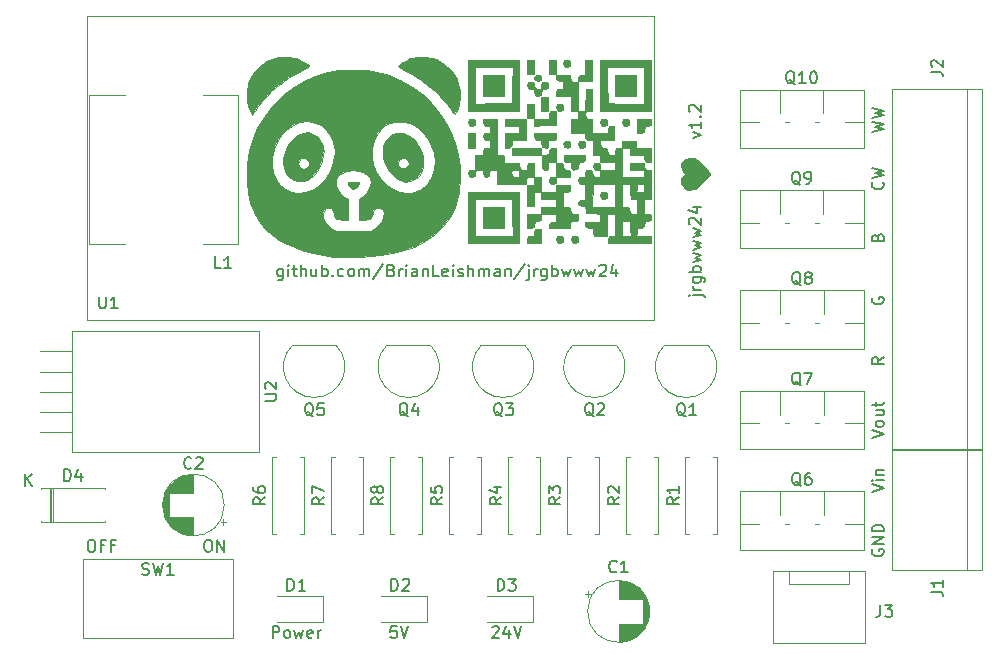
<source format=gbr>
%TF.GenerationSoftware,KiCad,Pcbnew,5.1.10-88a1d61d58~90~ubuntu20.04.1*%
%TF.CreationDate,2021-10-29T16:11:56-04:00*%
%TF.ProjectId,jrgbwww24,6a726762-7777-4773-9234-2e6b69636164,rev?*%
%TF.SameCoordinates,Original*%
%TF.FileFunction,Legend,Top*%
%TF.FilePolarity,Positive*%
%FSLAX46Y46*%
G04 Gerber Fmt 4.6, Leading zero omitted, Abs format (unit mm)*
G04 Created by KiCad (PCBNEW 5.1.10-88a1d61d58~90~ubuntu20.04.1) date 2021-10-29 16:11:56*
%MOMM*%
%LPD*%
G01*
G04 APERTURE LIST*
%ADD10C,0.150000*%
%ADD11C,0.120000*%
%ADD12C,0.010000*%
G04 APERTURE END LIST*
D10*
X150285714Y-85238095D02*
X151142857Y-85238095D01*
X151238095Y-85285714D01*
X151285714Y-85380952D01*
X151285714Y-85428571D01*
X149952380Y-85238095D02*
X150000000Y-85285714D01*
X150047619Y-85238095D01*
X150000000Y-85190476D01*
X149952380Y-85238095D01*
X150047619Y-85238095D01*
X150952380Y-84761904D02*
X150285714Y-84761904D01*
X150476190Y-84761904D02*
X150380952Y-84714285D01*
X150333333Y-84666666D01*
X150285714Y-84571428D01*
X150285714Y-84476190D01*
X150285714Y-83714285D02*
X151095238Y-83714285D01*
X151190476Y-83761904D01*
X151238095Y-83809523D01*
X151285714Y-83904761D01*
X151285714Y-84047619D01*
X151238095Y-84142857D01*
X150904761Y-83714285D02*
X150952380Y-83809523D01*
X150952380Y-84000000D01*
X150904761Y-84095238D01*
X150857142Y-84142857D01*
X150761904Y-84190476D01*
X150476190Y-84190476D01*
X150380952Y-84142857D01*
X150333333Y-84095238D01*
X150285714Y-84000000D01*
X150285714Y-83809523D01*
X150333333Y-83714285D01*
X150952380Y-83238095D02*
X149952380Y-83238095D01*
X150333333Y-83238095D02*
X150285714Y-83142857D01*
X150285714Y-82952380D01*
X150333333Y-82857142D01*
X150380952Y-82809523D01*
X150476190Y-82761904D01*
X150761904Y-82761904D01*
X150857142Y-82809523D01*
X150904761Y-82857142D01*
X150952380Y-82952380D01*
X150952380Y-83142857D01*
X150904761Y-83238095D01*
X150285714Y-82428571D02*
X150952380Y-82238095D01*
X150476190Y-82047619D01*
X150952380Y-81857142D01*
X150285714Y-81666666D01*
X150285714Y-81380952D02*
X150952380Y-81190476D01*
X150476190Y-81000000D01*
X150952380Y-80809523D01*
X150285714Y-80619047D01*
X150285714Y-80333333D02*
X150952380Y-80142857D01*
X150476190Y-79952380D01*
X150952380Y-79761904D01*
X150285714Y-79571428D01*
X150047619Y-79238095D02*
X150000000Y-79190476D01*
X149952380Y-79095238D01*
X149952380Y-78857142D01*
X150000000Y-78761904D01*
X150047619Y-78714285D01*
X150142857Y-78666666D01*
X150238095Y-78666666D01*
X150380952Y-78714285D01*
X150952380Y-79285714D01*
X150952380Y-78666666D01*
X150285714Y-77809523D02*
X150952380Y-77809523D01*
X149904761Y-78047619D02*
X150619047Y-78285714D01*
X150619047Y-77666666D01*
X165452380Y-71400000D02*
X166452380Y-71161904D01*
X165738095Y-70971428D01*
X166452380Y-70780952D01*
X165452380Y-70542857D01*
X165452380Y-70257142D02*
X166452380Y-70019047D01*
X165738095Y-69828571D01*
X166452380Y-69638095D01*
X165452380Y-69400000D01*
X166357142Y-75661904D02*
X166404761Y-75709523D01*
X166452380Y-75852380D01*
X166452380Y-75947619D01*
X166404761Y-76090476D01*
X166309523Y-76185714D01*
X166214285Y-76233333D01*
X166023809Y-76280952D01*
X165880952Y-76280952D01*
X165690476Y-76233333D01*
X165595238Y-76185714D01*
X165500000Y-76090476D01*
X165452380Y-75947619D01*
X165452380Y-75852380D01*
X165500000Y-75709523D01*
X165547619Y-75661904D01*
X165452380Y-75328571D02*
X166452380Y-75090476D01*
X165738095Y-74900000D01*
X166452380Y-74709523D01*
X165452380Y-74471428D01*
X165928571Y-80328571D02*
X165976190Y-80185714D01*
X166023809Y-80138095D01*
X166119047Y-80090476D01*
X166261904Y-80090476D01*
X166357142Y-80138095D01*
X166404761Y-80185714D01*
X166452380Y-80280952D01*
X166452380Y-80661904D01*
X165452380Y-80661904D01*
X165452380Y-80328571D01*
X165500000Y-80233333D01*
X165547619Y-80185714D01*
X165642857Y-80138095D01*
X165738095Y-80138095D01*
X165833333Y-80185714D01*
X165880952Y-80233333D01*
X165928571Y-80328571D01*
X165928571Y-80661904D01*
X165500000Y-85438095D02*
X165452380Y-85533333D01*
X165452380Y-85676190D01*
X165500000Y-85819047D01*
X165595238Y-85914285D01*
X165690476Y-85961904D01*
X165880952Y-86009523D01*
X166023809Y-86009523D01*
X166214285Y-85961904D01*
X166309523Y-85914285D01*
X166404761Y-85819047D01*
X166452380Y-85676190D01*
X166452380Y-85580952D01*
X166404761Y-85438095D01*
X166357142Y-85390476D01*
X166023809Y-85390476D01*
X166023809Y-85580952D01*
X166452380Y-90490476D02*
X165976190Y-90823809D01*
X166452380Y-91061904D02*
X165452380Y-91061904D01*
X165452380Y-90680952D01*
X165500000Y-90585714D01*
X165547619Y-90538095D01*
X165642857Y-90490476D01*
X165785714Y-90490476D01*
X165880952Y-90538095D01*
X165928571Y-90585714D01*
X165976190Y-90680952D01*
X165976190Y-91061904D01*
X165452380Y-97323809D02*
X166452380Y-96990476D01*
X165452380Y-96657142D01*
X166452380Y-96180952D02*
X166404761Y-96276190D01*
X166357142Y-96323809D01*
X166261904Y-96371428D01*
X165976190Y-96371428D01*
X165880952Y-96323809D01*
X165833333Y-96276190D01*
X165785714Y-96180952D01*
X165785714Y-96038095D01*
X165833333Y-95942857D01*
X165880952Y-95895238D01*
X165976190Y-95847619D01*
X166261904Y-95847619D01*
X166357142Y-95895238D01*
X166404761Y-95942857D01*
X166452380Y-96038095D01*
X166452380Y-96180952D01*
X165785714Y-94990476D02*
X166452380Y-94990476D01*
X165785714Y-95419047D02*
X166309523Y-95419047D01*
X166404761Y-95371428D01*
X166452380Y-95276190D01*
X166452380Y-95133333D01*
X166404761Y-95038095D01*
X166357142Y-94990476D01*
X165785714Y-94657142D02*
X165785714Y-94276190D01*
X165452380Y-94514285D02*
X166309523Y-94514285D01*
X166404761Y-94466666D01*
X166452380Y-94371428D01*
X166452380Y-94276190D01*
X165452380Y-101923809D02*
X166452380Y-101590476D01*
X165452380Y-101257142D01*
X166452380Y-100923809D02*
X165785714Y-100923809D01*
X165452380Y-100923809D02*
X165500000Y-100971428D01*
X165547619Y-100923809D01*
X165500000Y-100876190D01*
X165452380Y-100923809D01*
X165547619Y-100923809D01*
X165785714Y-100447619D02*
X166452380Y-100447619D01*
X165880952Y-100447619D02*
X165833333Y-100400000D01*
X165785714Y-100304761D01*
X165785714Y-100161904D01*
X165833333Y-100066666D01*
X165928571Y-100019047D01*
X166452380Y-100019047D01*
X165500000Y-106761904D02*
X165452380Y-106857142D01*
X165452380Y-107000000D01*
X165500000Y-107142857D01*
X165595238Y-107238095D01*
X165690476Y-107285714D01*
X165880952Y-107333333D01*
X166023809Y-107333333D01*
X166214285Y-107285714D01*
X166309523Y-107238095D01*
X166404761Y-107142857D01*
X166452380Y-107000000D01*
X166452380Y-106904761D01*
X166404761Y-106761904D01*
X166357142Y-106714285D01*
X166023809Y-106714285D01*
X166023809Y-106904761D01*
X166452380Y-106285714D02*
X165452380Y-106285714D01*
X166452380Y-105714285D01*
X165452380Y-105714285D01*
X166452380Y-105238095D02*
X165452380Y-105238095D01*
X165452380Y-105000000D01*
X165500000Y-104857142D01*
X165595238Y-104761904D01*
X165690476Y-104714285D01*
X165880952Y-104666666D01*
X166023809Y-104666666D01*
X166214285Y-104714285D01*
X166309523Y-104761904D01*
X166404761Y-104857142D01*
X166452380Y-105000000D01*
X166452380Y-105238095D01*
X115571428Y-82985714D02*
X115571428Y-83795238D01*
X115523809Y-83890476D01*
X115476190Y-83938095D01*
X115380952Y-83985714D01*
X115238095Y-83985714D01*
X115142857Y-83938095D01*
X115571428Y-83604761D02*
X115476190Y-83652380D01*
X115285714Y-83652380D01*
X115190476Y-83604761D01*
X115142857Y-83557142D01*
X115095238Y-83461904D01*
X115095238Y-83176190D01*
X115142857Y-83080952D01*
X115190476Y-83033333D01*
X115285714Y-82985714D01*
X115476190Y-82985714D01*
X115571428Y-83033333D01*
X116047619Y-83652380D02*
X116047619Y-82985714D01*
X116047619Y-82652380D02*
X116000000Y-82700000D01*
X116047619Y-82747619D01*
X116095238Y-82700000D01*
X116047619Y-82652380D01*
X116047619Y-82747619D01*
X116380952Y-82985714D02*
X116761904Y-82985714D01*
X116523809Y-82652380D02*
X116523809Y-83509523D01*
X116571428Y-83604761D01*
X116666666Y-83652380D01*
X116761904Y-83652380D01*
X117095238Y-83652380D02*
X117095238Y-82652380D01*
X117523809Y-83652380D02*
X117523809Y-83128571D01*
X117476190Y-83033333D01*
X117380952Y-82985714D01*
X117238095Y-82985714D01*
X117142857Y-83033333D01*
X117095238Y-83080952D01*
X118428571Y-82985714D02*
X118428571Y-83652380D01*
X118000000Y-82985714D02*
X118000000Y-83509523D01*
X118047619Y-83604761D01*
X118142857Y-83652380D01*
X118285714Y-83652380D01*
X118380952Y-83604761D01*
X118428571Y-83557142D01*
X118904761Y-83652380D02*
X118904761Y-82652380D01*
X118904761Y-83033333D02*
X119000000Y-82985714D01*
X119190476Y-82985714D01*
X119285714Y-83033333D01*
X119333333Y-83080952D01*
X119380952Y-83176190D01*
X119380952Y-83461904D01*
X119333333Y-83557142D01*
X119285714Y-83604761D01*
X119190476Y-83652380D01*
X119000000Y-83652380D01*
X118904761Y-83604761D01*
X119809523Y-83557142D02*
X119857142Y-83604761D01*
X119809523Y-83652380D01*
X119761904Y-83604761D01*
X119809523Y-83557142D01*
X119809523Y-83652380D01*
X120714285Y-83604761D02*
X120619047Y-83652380D01*
X120428571Y-83652380D01*
X120333333Y-83604761D01*
X120285714Y-83557142D01*
X120238095Y-83461904D01*
X120238095Y-83176190D01*
X120285714Y-83080952D01*
X120333333Y-83033333D01*
X120428571Y-82985714D01*
X120619047Y-82985714D01*
X120714285Y-83033333D01*
X121285714Y-83652380D02*
X121190476Y-83604761D01*
X121142857Y-83557142D01*
X121095238Y-83461904D01*
X121095238Y-83176190D01*
X121142857Y-83080952D01*
X121190476Y-83033333D01*
X121285714Y-82985714D01*
X121428571Y-82985714D01*
X121523809Y-83033333D01*
X121571428Y-83080952D01*
X121619047Y-83176190D01*
X121619047Y-83461904D01*
X121571428Y-83557142D01*
X121523809Y-83604761D01*
X121428571Y-83652380D01*
X121285714Y-83652380D01*
X122047619Y-83652380D02*
X122047619Y-82985714D01*
X122047619Y-83080952D02*
X122095238Y-83033333D01*
X122190476Y-82985714D01*
X122333333Y-82985714D01*
X122428571Y-83033333D01*
X122476190Y-83128571D01*
X122476190Y-83652380D01*
X122476190Y-83128571D02*
X122523809Y-83033333D01*
X122619047Y-82985714D01*
X122761904Y-82985714D01*
X122857142Y-83033333D01*
X122904761Y-83128571D01*
X122904761Y-83652380D01*
X124095238Y-82604761D02*
X123238095Y-83890476D01*
X124761904Y-83128571D02*
X124904761Y-83176190D01*
X124952380Y-83223809D01*
X125000000Y-83319047D01*
X125000000Y-83461904D01*
X124952380Y-83557142D01*
X124904761Y-83604761D01*
X124809523Y-83652380D01*
X124428571Y-83652380D01*
X124428571Y-82652380D01*
X124761904Y-82652380D01*
X124857142Y-82700000D01*
X124904761Y-82747619D01*
X124952380Y-82842857D01*
X124952380Y-82938095D01*
X124904761Y-83033333D01*
X124857142Y-83080952D01*
X124761904Y-83128571D01*
X124428571Y-83128571D01*
X125428571Y-83652380D02*
X125428571Y-82985714D01*
X125428571Y-83176190D02*
X125476190Y-83080952D01*
X125523809Y-83033333D01*
X125619047Y-82985714D01*
X125714285Y-82985714D01*
X126047619Y-83652380D02*
X126047619Y-82985714D01*
X126047619Y-82652380D02*
X126000000Y-82700000D01*
X126047619Y-82747619D01*
X126095238Y-82700000D01*
X126047619Y-82652380D01*
X126047619Y-82747619D01*
X126952380Y-83652380D02*
X126952380Y-83128571D01*
X126904761Y-83033333D01*
X126809523Y-82985714D01*
X126619047Y-82985714D01*
X126523809Y-83033333D01*
X126952380Y-83604761D02*
X126857142Y-83652380D01*
X126619047Y-83652380D01*
X126523809Y-83604761D01*
X126476190Y-83509523D01*
X126476190Y-83414285D01*
X126523809Y-83319047D01*
X126619047Y-83271428D01*
X126857142Y-83271428D01*
X126952380Y-83223809D01*
X127428571Y-82985714D02*
X127428571Y-83652380D01*
X127428571Y-83080952D02*
X127476190Y-83033333D01*
X127571428Y-82985714D01*
X127714285Y-82985714D01*
X127809523Y-83033333D01*
X127857142Y-83128571D01*
X127857142Y-83652380D01*
X128809523Y-83652380D02*
X128333333Y-83652380D01*
X128333333Y-82652380D01*
X129523809Y-83604761D02*
X129428571Y-83652380D01*
X129238095Y-83652380D01*
X129142857Y-83604761D01*
X129095238Y-83509523D01*
X129095238Y-83128571D01*
X129142857Y-83033333D01*
X129238095Y-82985714D01*
X129428571Y-82985714D01*
X129523809Y-83033333D01*
X129571428Y-83128571D01*
X129571428Y-83223809D01*
X129095238Y-83319047D01*
X130000000Y-83652380D02*
X130000000Y-82985714D01*
X130000000Y-82652380D02*
X129952380Y-82700000D01*
X130000000Y-82747619D01*
X130047619Y-82700000D01*
X130000000Y-82652380D01*
X130000000Y-82747619D01*
X130428571Y-83604761D02*
X130523809Y-83652380D01*
X130714285Y-83652380D01*
X130809523Y-83604761D01*
X130857142Y-83509523D01*
X130857142Y-83461904D01*
X130809523Y-83366666D01*
X130714285Y-83319047D01*
X130571428Y-83319047D01*
X130476190Y-83271428D01*
X130428571Y-83176190D01*
X130428571Y-83128571D01*
X130476190Y-83033333D01*
X130571428Y-82985714D01*
X130714285Y-82985714D01*
X130809523Y-83033333D01*
X131285714Y-83652380D02*
X131285714Y-82652380D01*
X131714285Y-83652380D02*
X131714285Y-83128571D01*
X131666666Y-83033333D01*
X131571428Y-82985714D01*
X131428571Y-82985714D01*
X131333333Y-83033333D01*
X131285714Y-83080952D01*
X132190476Y-83652380D02*
X132190476Y-82985714D01*
X132190476Y-83080952D02*
X132238095Y-83033333D01*
X132333333Y-82985714D01*
X132476190Y-82985714D01*
X132571428Y-83033333D01*
X132619047Y-83128571D01*
X132619047Y-83652380D01*
X132619047Y-83128571D02*
X132666666Y-83033333D01*
X132761904Y-82985714D01*
X132904761Y-82985714D01*
X133000000Y-83033333D01*
X133047619Y-83128571D01*
X133047619Y-83652380D01*
X133952380Y-83652380D02*
X133952380Y-83128571D01*
X133904761Y-83033333D01*
X133809523Y-82985714D01*
X133619047Y-82985714D01*
X133523809Y-83033333D01*
X133952380Y-83604761D02*
X133857142Y-83652380D01*
X133619047Y-83652380D01*
X133523809Y-83604761D01*
X133476190Y-83509523D01*
X133476190Y-83414285D01*
X133523809Y-83319047D01*
X133619047Y-83271428D01*
X133857142Y-83271428D01*
X133952380Y-83223809D01*
X134428571Y-82985714D02*
X134428571Y-83652380D01*
X134428571Y-83080952D02*
X134476190Y-83033333D01*
X134571428Y-82985714D01*
X134714285Y-82985714D01*
X134809523Y-83033333D01*
X134857142Y-83128571D01*
X134857142Y-83652380D01*
X136047619Y-82604761D02*
X135190476Y-83890476D01*
X136380952Y-82985714D02*
X136380952Y-83842857D01*
X136333333Y-83938095D01*
X136238095Y-83985714D01*
X136190476Y-83985714D01*
X136380952Y-82652380D02*
X136333333Y-82700000D01*
X136380952Y-82747619D01*
X136428571Y-82700000D01*
X136380952Y-82652380D01*
X136380952Y-82747619D01*
X136857142Y-83652380D02*
X136857142Y-82985714D01*
X136857142Y-83176190D02*
X136904761Y-83080952D01*
X136952380Y-83033333D01*
X137047619Y-82985714D01*
X137142857Y-82985714D01*
X137904761Y-82985714D02*
X137904761Y-83795238D01*
X137857142Y-83890476D01*
X137809523Y-83938095D01*
X137714285Y-83985714D01*
X137571428Y-83985714D01*
X137476190Y-83938095D01*
X137904761Y-83604761D02*
X137809523Y-83652380D01*
X137619047Y-83652380D01*
X137523809Y-83604761D01*
X137476190Y-83557142D01*
X137428571Y-83461904D01*
X137428571Y-83176190D01*
X137476190Y-83080952D01*
X137523809Y-83033333D01*
X137619047Y-82985714D01*
X137809523Y-82985714D01*
X137904761Y-83033333D01*
X138380952Y-83652380D02*
X138380952Y-82652380D01*
X138380952Y-83033333D02*
X138476190Y-82985714D01*
X138666666Y-82985714D01*
X138761904Y-83033333D01*
X138809523Y-83080952D01*
X138857142Y-83176190D01*
X138857142Y-83461904D01*
X138809523Y-83557142D01*
X138761904Y-83604761D01*
X138666666Y-83652380D01*
X138476190Y-83652380D01*
X138380952Y-83604761D01*
X139190476Y-82985714D02*
X139380952Y-83652380D01*
X139571428Y-83176190D01*
X139761904Y-83652380D01*
X139952380Y-82985714D01*
X140238095Y-82985714D02*
X140428571Y-83652380D01*
X140619047Y-83176190D01*
X140809523Y-83652380D01*
X141000000Y-82985714D01*
X141285714Y-82985714D02*
X141476190Y-83652380D01*
X141666666Y-83176190D01*
X141857142Y-83652380D01*
X142047619Y-82985714D01*
X142380952Y-82747619D02*
X142428571Y-82700000D01*
X142523809Y-82652380D01*
X142761904Y-82652380D01*
X142857142Y-82700000D01*
X142904761Y-82747619D01*
X142952380Y-82842857D01*
X142952380Y-82938095D01*
X142904761Y-83080952D01*
X142333333Y-83652380D01*
X142952380Y-83652380D01*
X143809523Y-82985714D02*
X143809523Y-83652380D01*
X143571428Y-82604761D02*
X143333333Y-83319047D01*
X143952380Y-83319047D01*
X133309523Y-113347619D02*
X133357142Y-113300000D01*
X133452380Y-113252380D01*
X133690476Y-113252380D01*
X133785714Y-113300000D01*
X133833333Y-113347619D01*
X133880952Y-113442857D01*
X133880952Y-113538095D01*
X133833333Y-113680952D01*
X133261904Y-114252380D01*
X133880952Y-114252380D01*
X134738095Y-113585714D02*
X134738095Y-114252380D01*
X134500000Y-113204761D02*
X134261904Y-113919047D01*
X134880952Y-113919047D01*
X135119047Y-113252380D02*
X135452380Y-114252380D01*
X135785714Y-113252380D01*
X125209523Y-113252380D02*
X124733333Y-113252380D01*
X124685714Y-113728571D01*
X124733333Y-113680952D01*
X124828571Y-113633333D01*
X125066666Y-113633333D01*
X125161904Y-113680952D01*
X125209523Y-113728571D01*
X125257142Y-113823809D01*
X125257142Y-114061904D01*
X125209523Y-114157142D01*
X125161904Y-114204761D01*
X125066666Y-114252380D01*
X124828571Y-114252380D01*
X124733333Y-114204761D01*
X124685714Y-114157142D01*
X125542857Y-113252380D02*
X125876190Y-114252380D01*
X126209523Y-113252380D01*
X114723809Y-114252380D02*
X114723809Y-113252380D01*
X115104761Y-113252380D01*
X115200000Y-113300000D01*
X115247619Y-113347619D01*
X115295238Y-113442857D01*
X115295238Y-113585714D01*
X115247619Y-113680952D01*
X115200000Y-113728571D01*
X115104761Y-113776190D01*
X114723809Y-113776190D01*
X115866666Y-114252380D02*
X115771428Y-114204761D01*
X115723809Y-114157142D01*
X115676190Y-114061904D01*
X115676190Y-113776190D01*
X115723809Y-113680952D01*
X115771428Y-113633333D01*
X115866666Y-113585714D01*
X116009523Y-113585714D01*
X116104761Y-113633333D01*
X116152380Y-113680952D01*
X116200000Y-113776190D01*
X116200000Y-114061904D01*
X116152380Y-114157142D01*
X116104761Y-114204761D01*
X116009523Y-114252380D01*
X115866666Y-114252380D01*
X116533333Y-113585714D02*
X116723809Y-114252380D01*
X116914285Y-113776190D01*
X117104761Y-114252380D01*
X117295238Y-113585714D01*
X118057142Y-114204761D02*
X117961904Y-114252380D01*
X117771428Y-114252380D01*
X117676190Y-114204761D01*
X117628571Y-114109523D01*
X117628571Y-113728571D01*
X117676190Y-113633333D01*
X117771428Y-113585714D01*
X117961904Y-113585714D01*
X118057142Y-113633333D01*
X118104761Y-113728571D01*
X118104761Y-113823809D01*
X117628571Y-113919047D01*
X118533333Y-114252380D02*
X118533333Y-113585714D01*
X118533333Y-113776190D02*
X118580952Y-113680952D01*
X118628571Y-113633333D01*
X118723809Y-113585714D01*
X118819047Y-113585714D01*
X150285714Y-71928571D02*
X150952380Y-71690476D01*
X150285714Y-71452380D01*
X150952380Y-70547619D02*
X150952380Y-71119047D01*
X150952380Y-70833333D02*
X149952380Y-70833333D01*
X150095238Y-70928571D01*
X150190476Y-71023809D01*
X150238095Y-71119047D01*
X150857142Y-70119047D02*
X150904761Y-70071428D01*
X150952380Y-70119047D01*
X150904761Y-70166666D01*
X150857142Y-70119047D01*
X150952380Y-70119047D01*
X150047619Y-69690476D02*
X150000000Y-69642857D01*
X149952380Y-69547619D01*
X149952380Y-69309523D01*
X150000000Y-69214285D01*
X150047619Y-69166666D01*
X150142857Y-69119047D01*
X150238095Y-69119047D01*
X150380952Y-69166666D01*
X150952380Y-69738095D01*
X150952380Y-69119047D01*
D11*
%TO.C,D4*%
X95870000Y-101530000D02*
X95870000Y-104470000D01*
X96110000Y-101530000D02*
X96110000Y-104470000D01*
X95990000Y-101530000D02*
X95990000Y-104470000D01*
X100530000Y-104470000D02*
X100530000Y-104340000D01*
X95090000Y-104470000D02*
X100530000Y-104470000D01*
X95090000Y-104340000D02*
X95090000Y-104470000D01*
X100530000Y-101530000D02*
X100530000Y-101660000D01*
X95090000Y-101530000D02*
X100530000Y-101530000D01*
X95090000Y-101660000D02*
X95090000Y-101530000D01*
%TO.C,Q5*%
X120030000Y-89450000D02*
X116430000Y-89450000D01*
X120068478Y-89461522D02*
G75*
G02*
X118230000Y-93900000I-1838478J-1838478D01*
G01*
X116391522Y-89461522D02*
G75*
G03*
X118230000Y-93900000I1838478J-1838478D01*
G01*
%TO.C,Q4*%
X128030000Y-89450000D02*
X124430000Y-89450000D01*
X128068478Y-89461522D02*
G75*
G02*
X126230000Y-93900000I-1838478J-1838478D01*
G01*
X124391522Y-89461522D02*
G75*
G03*
X126230000Y-93900000I1838478J-1838478D01*
G01*
%TO.C,Q3*%
X136030000Y-89450000D02*
X132430000Y-89450000D01*
X136068478Y-89461522D02*
G75*
G02*
X134230000Y-93900000I-1838478J-1838478D01*
G01*
X132391522Y-89461522D02*
G75*
G03*
X134230000Y-93900000I1838478J-1838478D01*
G01*
%TO.C,Q2*%
X143760000Y-89450000D02*
X140160000Y-89450000D01*
X143798478Y-89461522D02*
G75*
G02*
X141960000Y-93900000I-1838478J-1838478D01*
G01*
X140121522Y-89461522D02*
G75*
G03*
X141960000Y-93900000I1838478J-1838478D01*
G01*
%TO.C,Q1*%
X151530000Y-89450000D02*
X147930000Y-89450000D01*
X151568478Y-89461522D02*
G75*
G02*
X149730000Y-93900000I-1838478J-1838478D01*
G01*
X147891522Y-89461522D02*
G75*
G03*
X149730000Y-93900000I1838478J-1838478D01*
G01*
%TO.C,J3*%
X158420000Y-109710000D02*
X158420000Y-108700000D01*
X163500000Y-109710000D02*
X158420000Y-109710000D01*
X163500000Y-108700000D02*
X163500000Y-109710000D01*
X157050000Y-108600000D02*
X164850000Y-108600000D01*
X157050000Y-114650000D02*
X157050000Y-108600000D01*
X164850000Y-114650000D02*
X157050000Y-114650000D01*
X164850000Y-108600000D02*
X164850000Y-114650000D01*
D12*
%TO.C,G\u002A\u002A\u002A*%
G36*
X149380353Y-73965809D02*
G01*
X149430092Y-73881495D01*
X149683228Y-73681452D01*
X150025079Y-73608867D01*
X150360084Y-73652473D01*
X150592279Y-73746125D01*
X150836734Y-73917790D01*
X151129185Y-74194180D01*
X151239282Y-74309681D01*
X151472175Y-74567084D01*
X151652524Y-74783067D01*
X151753969Y-74925255D01*
X151766897Y-74957667D01*
X151712372Y-75053254D01*
X151566370Y-75238076D01*
X151355251Y-75479761D01*
X151239282Y-75605653D01*
X150923808Y-75921387D01*
X150667820Y-76123808D01*
X150435581Y-76239629D01*
X150360084Y-76262861D01*
X149967381Y-76303858D01*
X149637287Y-76210967D01*
X149430092Y-76033838D01*
X149332300Y-75792918D01*
X149324367Y-75501674D01*
X149401580Y-75237610D01*
X149485314Y-75125811D01*
X149655961Y-74971378D01*
X149485314Y-74789732D01*
X149356372Y-74548001D01*
X149319737Y-74246262D01*
X149380353Y-73965809D01*
G37*
X149380353Y-73965809D02*
X149430092Y-73881495D01*
X149683228Y-73681452D01*
X150025079Y-73608867D01*
X150360084Y-73652473D01*
X150592279Y-73746125D01*
X150836734Y-73917790D01*
X151129185Y-74194180D01*
X151239282Y-74309681D01*
X151472175Y-74567084D01*
X151652524Y-74783067D01*
X151753969Y-74925255D01*
X151766897Y-74957667D01*
X151712372Y-75053254D01*
X151566370Y-75238076D01*
X151355251Y-75479761D01*
X151239282Y-75605653D01*
X150923808Y-75921387D01*
X150667820Y-76123808D01*
X150435581Y-76239629D01*
X150360084Y-76262861D01*
X149967381Y-76303858D01*
X149637287Y-76210967D01*
X149430092Y-76033838D01*
X149332300Y-75792918D01*
X149324367Y-75501674D01*
X149401580Y-75237610D01*
X149485314Y-75125811D01*
X149655961Y-74971378D01*
X149485314Y-74789732D01*
X149356372Y-74548001D01*
X149319737Y-74246262D01*
X149380353Y-73965809D01*
D11*
%TO.C,U2*%
X97690000Y-96800000D02*
X95050000Y-96800000D01*
X97690000Y-95100000D02*
X95050000Y-95100000D01*
X97690000Y-93400000D02*
X95050000Y-93400000D01*
X97690000Y-91700000D02*
X95050000Y-91700000D01*
X97690000Y-90000000D02*
X95050000Y-90000000D01*
X113580000Y-98520000D02*
X97690000Y-98520000D01*
X113580000Y-88279000D02*
X97690000Y-88279000D01*
X113580000Y-88279000D02*
X113580000Y-98520000D01*
X97690000Y-88279000D02*
X97690000Y-98520000D01*
%TO.C,SW1*%
X111350000Y-107571000D02*
X111350000Y-114302000D01*
X98650000Y-107571000D02*
X111350000Y-107571000D01*
X98650000Y-114302000D02*
X98650000Y-107571000D01*
X111350000Y-114302000D02*
X98650000Y-114302000D01*
%TO.C,L1*%
X111800000Y-80900000D02*
X108800000Y-80900000D01*
X111800000Y-68300000D02*
X111800000Y-80900000D01*
X108800000Y-68300000D02*
X111800000Y-68300000D01*
X99200000Y-68300000D02*
X102200000Y-68300000D01*
X99200000Y-80900000D02*
X99200000Y-68300000D01*
X102200000Y-80900000D02*
X99200000Y-80900000D01*
%TO.C,J1*%
X174810000Y-108540000D02*
X174810000Y-98380000D01*
X167190000Y-108540000D02*
X174810000Y-108540000D01*
X167190000Y-98380000D02*
X167190000Y-108540000D01*
X174810000Y-98380000D02*
X167190000Y-98380000D01*
X173540000Y-98380000D02*
X173540000Y-108540000D01*
%TO.C,C2*%
X110554775Y-104725000D02*
X110554775Y-104225000D01*
X110804775Y-104475000D02*
X110304775Y-104475000D01*
X105399000Y-103284000D02*
X105399000Y-102716000D01*
X105439000Y-103518000D02*
X105439000Y-102482000D01*
X105479000Y-103677000D02*
X105479000Y-102323000D01*
X105519000Y-103805000D02*
X105519000Y-102195000D01*
X105559000Y-103915000D02*
X105559000Y-102085000D01*
X105599000Y-104011000D02*
X105599000Y-101989000D01*
X105639000Y-104098000D02*
X105639000Y-101902000D01*
X105679000Y-104178000D02*
X105679000Y-101822000D01*
X105719000Y-104251000D02*
X105719000Y-101749000D01*
X105759000Y-104319000D02*
X105759000Y-101681000D01*
X105799000Y-104383000D02*
X105799000Y-101617000D01*
X105839000Y-104443000D02*
X105839000Y-101557000D01*
X105879000Y-104500000D02*
X105879000Y-101500000D01*
X105919000Y-104554000D02*
X105919000Y-101446000D01*
X105959000Y-104605000D02*
X105959000Y-101395000D01*
X105999000Y-101960000D02*
X105999000Y-101347000D01*
X105999000Y-104653000D02*
X105999000Y-104040000D01*
X106039000Y-101960000D02*
X106039000Y-101301000D01*
X106039000Y-104699000D02*
X106039000Y-104040000D01*
X106079000Y-101960000D02*
X106079000Y-101257000D01*
X106079000Y-104743000D02*
X106079000Y-104040000D01*
X106119000Y-101960000D02*
X106119000Y-101215000D01*
X106119000Y-104785000D02*
X106119000Y-104040000D01*
X106159000Y-101960000D02*
X106159000Y-101174000D01*
X106159000Y-104826000D02*
X106159000Y-104040000D01*
X106199000Y-101960000D02*
X106199000Y-101136000D01*
X106199000Y-104864000D02*
X106199000Y-104040000D01*
X106239000Y-101960000D02*
X106239000Y-101099000D01*
X106239000Y-104901000D02*
X106239000Y-104040000D01*
X106279000Y-101960000D02*
X106279000Y-101063000D01*
X106279000Y-104937000D02*
X106279000Y-104040000D01*
X106319000Y-101960000D02*
X106319000Y-101029000D01*
X106319000Y-104971000D02*
X106319000Y-104040000D01*
X106359000Y-101960000D02*
X106359000Y-100996000D01*
X106359000Y-105004000D02*
X106359000Y-104040000D01*
X106399000Y-101960000D02*
X106399000Y-100965000D01*
X106399000Y-105035000D02*
X106399000Y-104040000D01*
X106439000Y-101960000D02*
X106439000Y-100935000D01*
X106439000Y-105065000D02*
X106439000Y-104040000D01*
X106479000Y-101960000D02*
X106479000Y-100905000D01*
X106479000Y-105095000D02*
X106479000Y-104040000D01*
X106519000Y-101960000D02*
X106519000Y-100878000D01*
X106519000Y-105122000D02*
X106519000Y-104040000D01*
X106559000Y-101960000D02*
X106559000Y-100851000D01*
X106559000Y-105149000D02*
X106559000Y-104040000D01*
X106599000Y-101960000D02*
X106599000Y-100825000D01*
X106599000Y-105175000D02*
X106599000Y-104040000D01*
X106639000Y-101960000D02*
X106639000Y-100800000D01*
X106639000Y-105200000D02*
X106639000Y-104040000D01*
X106679000Y-101960000D02*
X106679000Y-100776000D01*
X106679000Y-105224000D02*
X106679000Y-104040000D01*
X106719000Y-101960000D02*
X106719000Y-100753000D01*
X106719000Y-105247000D02*
X106719000Y-104040000D01*
X106759000Y-101960000D02*
X106759000Y-100732000D01*
X106759000Y-105268000D02*
X106759000Y-104040000D01*
X106799000Y-101960000D02*
X106799000Y-100710000D01*
X106799000Y-105290000D02*
X106799000Y-104040000D01*
X106839000Y-101960000D02*
X106839000Y-100690000D01*
X106839000Y-105310000D02*
X106839000Y-104040000D01*
X106879000Y-101960000D02*
X106879000Y-100671000D01*
X106879000Y-105329000D02*
X106879000Y-104040000D01*
X106919000Y-101960000D02*
X106919000Y-100652000D01*
X106919000Y-105348000D02*
X106919000Y-104040000D01*
X106959000Y-101960000D02*
X106959000Y-100635000D01*
X106959000Y-105365000D02*
X106959000Y-104040000D01*
X106999000Y-101960000D02*
X106999000Y-100618000D01*
X106999000Y-105382000D02*
X106999000Y-104040000D01*
X107039000Y-101960000D02*
X107039000Y-100602000D01*
X107039000Y-105398000D02*
X107039000Y-104040000D01*
X107079000Y-101960000D02*
X107079000Y-100586000D01*
X107079000Y-105414000D02*
X107079000Y-104040000D01*
X107119000Y-101960000D02*
X107119000Y-100572000D01*
X107119000Y-105428000D02*
X107119000Y-104040000D01*
X107159000Y-101960000D02*
X107159000Y-100558000D01*
X107159000Y-105442000D02*
X107159000Y-104040000D01*
X107199000Y-101960000D02*
X107199000Y-100545000D01*
X107199000Y-105455000D02*
X107199000Y-104040000D01*
X107239000Y-101960000D02*
X107239000Y-100532000D01*
X107239000Y-105468000D02*
X107239000Y-104040000D01*
X107279000Y-101960000D02*
X107279000Y-100520000D01*
X107279000Y-105480000D02*
X107279000Y-104040000D01*
X107320000Y-101960000D02*
X107320000Y-100509000D01*
X107320000Y-105491000D02*
X107320000Y-104040000D01*
X107360000Y-101960000D02*
X107360000Y-100499000D01*
X107360000Y-105501000D02*
X107360000Y-104040000D01*
X107400000Y-101960000D02*
X107400000Y-100489000D01*
X107400000Y-105511000D02*
X107400000Y-104040000D01*
X107440000Y-101960000D02*
X107440000Y-100480000D01*
X107440000Y-105520000D02*
X107440000Y-104040000D01*
X107480000Y-101960000D02*
X107480000Y-100472000D01*
X107480000Y-105528000D02*
X107480000Y-104040000D01*
X107520000Y-101960000D02*
X107520000Y-100464000D01*
X107520000Y-105536000D02*
X107520000Y-104040000D01*
X107560000Y-101960000D02*
X107560000Y-100457000D01*
X107560000Y-105543000D02*
X107560000Y-104040000D01*
X107600000Y-101960000D02*
X107600000Y-100450000D01*
X107600000Y-105550000D02*
X107600000Y-104040000D01*
X107640000Y-101960000D02*
X107640000Y-100444000D01*
X107640000Y-105556000D02*
X107640000Y-104040000D01*
X107680000Y-101960000D02*
X107680000Y-100439000D01*
X107680000Y-105561000D02*
X107680000Y-104040000D01*
X107720000Y-101960000D02*
X107720000Y-100435000D01*
X107720000Y-105565000D02*
X107720000Y-104040000D01*
X107760000Y-101960000D02*
X107760000Y-100431000D01*
X107760000Y-105569000D02*
X107760000Y-104040000D01*
X107800000Y-101960000D02*
X107800000Y-100427000D01*
X107800000Y-105573000D02*
X107800000Y-104040000D01*
X107840000Y-101960000D02*
X107840000Y-100424000D01*
X107840000Y-105576000D02*
X107840000Y-104040000D01*
X107880000Y-101960000D02*
X107880000Y-100422000D01*
X107880000Y-105578000D02*
X107880000Y-104040000D01*
X107920000Y-101960000D02*
X107920000Y-100421000D01*
X107920000Y-105579000D02*
X107920000Y-104040000D01*
X107960000Y-105580000D02*
X107960000Y-104040000D01*
X107960000Y-101960000D02*
X107960000Y-100420000D01*
X108000000Y-105580000D02*
X108000000Y-104040000D01*
X108000000Y-101960000D02*
X108000000Y-100420000D01*
X110620000Y-103000000D02*
G75*
G03*
X110620000Y-103000000I-2620000J0D01*
G01*
%TO.C,C1*%
X141445225Y-110275000D02*
X141445225Y-110775000D01*
X141195225Y-110525000D02*
X141695225Y-110525000D01*
X146601000Y-111716000D02*
X146601000Y-112284000D01*
X146561000Y-111482000D02*
X146561000Y-112518000D01*
X146521000Y-111323000D02*
X146521000Y-112677000D01*
X146481000Y-111195000D02*
X146481000Y-112805000D01*
X146441000Y-111085000D02*
X146441000Y-112915000D01*
X146401000Y-110989000D02*
X146401000Y-113011000D01*
X146361000Y-110902000D02*
X146361000Y-113098000D01*
X146321000Y-110822000D02*
X146321000Y-113178000D01*
X146281000Y-110749000D02*
X146281000Y-113251000D01*
X146241000Y-110681000D02*
X146241000Y-113319000D01*
X146201000Y-110617000D02*
X146201000Y-113383000D01*
X146161000Y-110557000D02*
X146161000Y-113443000D01*
X146121000Y-110500000D02*
X146121000Y-113500000D01*
X146081000Y-110446000D02*
X146081000Y-113554000D01*
X146041000Y-110395000D02*
X146041000Y-113605000D01*
X146001000Y-113040000D02*
X146001000Y-113653000D01*
X146001000Y-110347000D02*
X146001000Y-110960000D01*
X145961000Y-113040000D02*
X145961000Y-113699000D01*
X145961000Y-110301000D02*
X145961000Y-110960000D01*
X145921000Y-113040000D02*
X145921000Y-113743000D01*
X145921000Y-110257000D02*
X145921000Y-110960000D01*
X145881000Y-113040000D02*
X145881000Y-113785000D01*
X145881000Y-110215000D02*
X145881000Y-110960000D01*
X145841000Y-113040000D02*
X145841000Y-113826000D01*
X145841000Y-110174000D02*
X145841000Y-110960000D01*
X145801000Y-113040000D02*
X145801000Y-113864000D01*
X145801000Y-110136000D02*
X145801000Y-110960000D01*
X145761000Y-113040000D02*
X145761000Y-113901000D01*
X145761000Y-110099000D02*
X145761000Y-110960000D01*
X145721000Y-113040000D02*
X145721000Y-113937000D01*
X145721000Y-110063000D02*
X145721000Y-110960000D01*
X145681000Y-113040000D02*
X145681000Y-113971000D01*
X145681000Y-110029000D02*
X145681000Y-110960000D01*
X145641000Y-113040000D02*
X145641000Y-114004000D01*
X145641000Y-109996000D02*
X145641000Y-110960000D01*
X145601000Y-113040000D02*
X145601000Y-114035000D01*
X145601000Y-109965000D02*
X145601000Y-110960000D01*
X145561000Y-113040000D02*
X145561000Y-114065000D01*
X145561000Y-109935000D02*
X145561000Y-110960000D01*
X145521000Y-113040000D02*
X145521000Y-114095000D01*
X145521000Y-109905000D02*
X145521000Y-110960000D01*
X145481000Y-113040000D02*
X145481000Y-114122000D01*
X145481000Y-109878000D02*
X145481000Y-110960000D01*
X145441000Y-113040000D02*
X145441000Y-114149000D01*
X145441000Y-109851000D02*
X145441000Y-110960000D01*
X145401000Y-113040000D02*
X145401000Y-114175000D01*
X145401000Y-109825000D02*
X145401000Y-110960000D01*
X145361000Y-113040000D02*
X145361000Y-114200000D01*
X145361000Y-109800000D02*
X145361000Y-110960000D01*
X145321000Y-113040000D02*
X145321000Y-114224000D01*
X145321000Y-109776000D02*
X145321000Y-110960000D01*
X145281000Y-113040000D02*
X145281000Y-114247000D01*
X145281000Y-109753000D02*
X145281000Y-110960000D01*
X145241000Y-113040000D02*
X145241000Y-114268000D01*
X145241000Y-109732000D02*
X145241000Y-110960000D01*
X145201000Y-113040000D02*
X145201000Y-114290000D01*
X145201000Y-109710000D02*
X145201000Y-110960000D01*
X145161000Y-113040000D02*
X145161000Y-114310000D01*
X145161000Y-109690000D02*
X145161000Y-110960000D01*
X145121000Y-113040000D02*
X145121000Y-114329000D01*
X145121000Y-109671000D02*
X145121000Y-110960000D01*
X145081000Y-113040000D02*
X145081000Y-114348000D01*
X145081000Y-109652000D02*
X145081000Y-110960000D01*
X145041000Y-113040000D02*
X145041000Y-114365000D01*
X145041000Y-109635000D02*
X145041000Y-110960000D01*
X145001000Y-113040000D02*
X145001000Y-114382000D01*
X145001000Y-109618000D02*
X145001000Y-110960000D01*
X144961000Y-113040000D02*
X144961000Y-114398000D01*
X144961000Y-109602000D02*
X144961000Y-110960000D01*
X144921000Y-113040000D02*
X144921000Y-114414000D01*
X144921000Y-109586000D02*
X144921000Y-110960000D01*
X144881000Y-113040000D02*
X144881000Y-114428000D01*
X144881000Y-109572000D02*
X144881000Y-110960000D01*
X144841000Y-113040000D02*
X144841000Y-114442000D01*
X144841000Y-109558000D02*
X144841000Y-110960000D01*
X144801000Y-113040000D02*
X144801000Y-114455000D01*
X144801000Y-109545000D02*
X144801000Y-110960000D01*
X144761000Y-113040000D02*
X144761000Y-114468000D01*
X144761000Y-109532000D02*
X144761000Y-110960000D01*
X144721000Y-113040000D02*
X144721000Y-114480000D01*
X144721000Y-109520000D02*
X144721000Y-110960000D01*
X144680000Y-113040000D02*
X144680000Y-114491000D01*
X144680000Y-109509000D02*
X144680000Y-110960000D01*
X144640000Y-113040000D02*
X144640000Y-114501000D01*
X144640000Y-109499000D02*
X144640000Y-110960000D01*
X144600000Y-113040000D02*
X144600000Y-114511000D01*
X144600000Y-109489000D02*
X144600000Y-110960000D01*
X144560000Y-113040000D02*
X144560000Y-114520000D01*
X144560000Y-109480000D02*
X144560000Y-110960000D01*
X144520000Y-113040000D02*
X144520000Y-114528000D01*
X144520000Y-109472000D02*
X144520000Y-110960000D01*
X144480000Y-113040000D02*
X144480000Y-114536000D01*
X144480000Y-109464000D02*
X144480000Y-110960000D01*
X144440000Y-113040000D02*
X144440000Y-114543000D01*
X144440000Y-109457000D02*
X144440000Y-110960000D01*
X144400000Y-113040000D02*
X144400000Y-114550000D01*
X144400000Y-109450000D02*
X144400000Y-110960000D01*
X144360000Y-113040000D02*
X144360000Y-114556000D01*
X144360000Y-109444000D02*
X144360000Y-110960000D01*
X144320000Y-113040000D02*
X144320000Y-114561000D01*
X144320000Y-109439000D02*
X144320000Y-110960000D01*
X144280000Y-113040000D02*
X144280000Y-114565000D01*
X144280000Y-109435000D02*
X144280000Y-110960000D01*
X144240000Y-113040000D02*
X144240000Y-114569000D01*
X144240000Y-109431000D02*
X144240000Y-110960000D01*
X144200000Y-113040000D02*
X144200000Y-114573000D01*
X144200000Y-109427000D02*
X144200000Y-110960000D01*
X144160000Y-113040000D02*
X144160000Y-114576000D01*
X144160000Y-109424000D02*
X144160000Y-110960000D01*
X144120000Y-113040000D02*
X144120000Y-114578000D01*
X144120000Y-109422000D02*
X144120000Y-110960000D01*
X144080000Y-113040000D02*
X144080000Y-114579000D01*
X144080000Y-109421000D02*
X144080000Y-110960000D01*
X144040000Y-109420000D02*
X144040000Y-110960000D01*
X144040000Y-113040000D02*
X144040000Y-114580000D01*
X144000000Y-109420000D02*
X144000000Y-110960000D01*
X144000000Y-113040000D02*
X144000000Y-114580000D01*
X146620000Y-112000000D02*
G75*
G03*
X146620000Y-112000000I-2620000J0D01*
G01*
D12*
%TO.C,G\u002A\u002A\u002A*%
G36*
X145519334Y-68343334D02*
G01*
X143741334Y-68343334D01*
X143741334Y-66565334D01*
X145519334Y-66565334D01*
X145519334Y-68343334D01*
G37*
X145519334Y-68343334D02*
X143741334Y-68343334D01*
X143741334Y-66565334D01*
X145519334Y-66565334D01*
X145519334Y-68343334D01*
G36*
X134343334Y-68343334D02*
G01*
X132565334Y-68343334D01*
X132565334Y-66565334D01*
X134343334Y-66565334D01*
X134343334Y-68343334D01*
G37*
X134343334Y-68343334D02*
X132565334Y-68343334D01*
X132565334Y-66565334D01*
X134343334Y-66565334D01*
X134343334Y-68343334D01*
G36*
X142966279Y-76484440D02*
G01*
X143047731Y-76558386D01*
X143063963Y-76745111D01*
X143064000Y-76767667D01*
X143050894Y-76966279D01*
X142976947Y-77047731D01*
X142790222Y-77063963D01*
X142767667Y-77064000D01*
X142569055Y-77050894D01*
X142487603Y-76976947D01*
X142471370Y-76790222D01*
X142471334Y-76767667D01*
X142484440Y-76569055D01*
X142558386Y-76487603D01*
X142745111Y-76471370D01*
X142767667Y-76471334D01*
X142966279Y-76484440D01*
G37*
X142966279Y-76484440D02*
X143047731Y-76558386D01*
X143063963Y-76745111D01*
X143064000Y-76767667D01*
X143050894Y-76966279D01*
X142976947Y-77047731D01*
X142790222Y-77063963D01*
X142767667Y-77064000D01*
X142569055Y-77050894D01*
X142487603Y-76976947D01*
X142471370Y-76790222D01*
X142471334Y-76767667D01*
X142484440Y-76569055D01*
X142558386Y-76487603D01*
X142745111Y-76471370D01*
X142767667Y-76471334D01*
X142966279Y-76484440D01*
G36*
X134343334Y-79519334D02*
G01*
X132565334Y-79519334D01*
X132565334Y-77741334D01*
X134343334Y-77741334D01*
X134343334Y-79519334D01*
G37*
X134343334Y-79519334D02*
X132565334Y-79519334D01*
X132565334Y-77741334D01*
X134343334Y-77741334D01*
X134343334Y-79519334D01*
G36*
X139833612Y-65308440D02*
G01*
X139915064Y-65382386D01*
X139931297Y-65569111D01*
X139931334Y-65591667D01*
X139918227Y-65790279D01*
X139844281Y-65871731D01*
X139657556Y-65887963D01*
X139635000Y-65888000D01*
X139436388Y-65874894D01*
X139354936Y-65800947D01*
X139338704Y-65614222D01*
X139338667Y-65591667D01*
X139351773Y-65393055D01*
X139425720Y-65311603D01*
X139612445Y-65295370D01*
X139635000Y-65295334D01*
X139833612Y-65308440D01*
G37*
X139833612Y-65308440D02*
X139915064Y-65382386D01*
X139931297Y-65569111D01*
X139931334Y-65591667D01*
X139918227Y-65790279D01*
X139844281Y-65871731D01*
X139657556Y-65887963D01*
X139635000Y-65888000D01*
X139436388Y-65874894D01*
X139354936Y-65800947D01*
X139338704Y-65614222D01*
X139338667Y-65591667D01*
X139351773Y-65393055D01*
X139425720Y-65311603D01*
X139612445Y-65295370D01*
X139635000Y-65295334D01*
X139833612Y-65308440D01*
G36*
X138746000Y-66480667D02*
G01*
X138153334Y-66480667D01*
X138153334Y-65295334D01*
X138746000Y-65295334D01*
X138746000Y-66480667D01*
G37*
X138746000Y-66480667D02*
X138153334Y-66480667D01*
X138153334Y-65295334D01*
X138746000Y-65295334D01*
X138746000Y-66480667D01*
G36*
X136883334Y-66480667D02*
G01*
X136290667Y-66480667D01*
X136290667Y-65295334D01*
X136883334Y-65295334D01*
X136883334Y-66480667D01*
G37*
X136883334Y-66480667D02*
X136290667Y-66480667D01*
X136290667Y-65295334D01*
X136883334Y-65295334D01*
X136883334Y-66480667D01*
G36*
X141794000Y-67073334D02*
G01*
X140608667Y-67073334D01*
X140608667Y-66819334D01*
X140625186Y-66648681D01*
X140708976Y-66578686D01*
X140905000Y-66565334D01*
X141201334Y-66565334D01*
X141201334Y-65295334D01*
X141794000Y-65295334D01*
X141794000Y-67073334D01*
G37*
X141794000Y-67073334D02*
X140608667Y-67073334D01*
X140608667Y-66819334D01*
X140625186Y-66648681D01*
X140708976Y-66578686D01*
X140905000Y-66565334D01*
X141201334Y-66565334D01*
X141201334Y-65295334D01*
X141794000Y-65295334D01*
X141794000Y-67073334D01*
G36*
X137378762Y-66579493D02*
G01*
X137460422Y-66651313D01*
X137476000Y-66819334D01*
X137459481Y-66989986D01*
X137375691Y-67059981D01*
X137179667Y-67073334D01*
X136980572Y-67059174D01*
X136898911Y-66987354D01*
X136883334Y-66819334D01*
X136899853Y-66648681D01*
X136983643Y-66578686D01*
X137179667Y-66565334D01*
X137378762Y-66579493D01*
G37*
X137378762Y-66579493D02*
X137460422Y-66651313D01*
X137476000Y-66819334D01*
X137459481Y-66989986D01*
X137375691Y-67059981D01*
X137179667Y-67073334D01*
X136980572Y-67059174D01*
X136898911Y-66987354D01*
X136883334Y-66819334D01*
X136899853Y-66648681D01*
X136983643Y-66578686D01*
X137179667Y-66565334D01*
X137378762Y-66579493D01*
G36*
X137970945Y-67171107D02*
G01*
X138052398Y-67245053D01*
X138068630Y-67431778D01*
X138068667Y-67454334D01*
X138055560Y-67652945D01*
X137981614Y-67734398D01*
X137794889Y-67750630D01*
X137772334Y-67750667D01*
X137573722Y-67763773D01*
X137492269Y-67837720D01*
X137476037Y-68024445D01*
X137476000Y-68047000D01*
X137462894Y-68245612D01*
X137388947Y-68327064D01*
X137202222Y-68343297D01*
X137179667Y-68343334D01*
X136981055Y-68330227D01*
X136899603Y-68256281D01*
X136883370Y-68069556D01*
X136883334Y-68047000D01*
X136870227Y-67848388D01*
X136796281Y-67766936D01*
X136609556Y-67750704D01*
X136587000Y-67750667D01*
X136388388Y-67737560D01*
X136306936Y-67663614D01*
X136290704Y-67476889D01*
X136290667Y-67454334D01*
X136303773Y-67255722D01*
X136377720Y-67174269D01*
X136564445Y-67158037D01*
X136587000Y-67158000D01*
X136785612Y-67171107D01*
X136867064Y-67245053D01*
X136883297Y-67431778D01*
X136883334Y-67454334D01*
X136896440Y-67652945D01*
X136970386Y-67734398D01*
X137157111Y-67750630D01*
X137179667Y-67750667D01*
X137378279Y-67737560D01*
X137459731Y-67663614D01*
X137475963Y-67476889D01*
X137476000Y-67454334D01*
X137489107Y-67255722D01*
X137563053Y-67174269D01*
X137749778Y-67158037D01*
X137772334Y-67158000D01*
X137970945Y-67171107D01*
G37*
X137970945Y-67171107D02*
X138052398Y-67245053D01*
X138068630Y-67431778D01*
X138068667Y-67454334D01*
X138055560Y-67652945D01*
X137981614Y-67734398D01*
X137794889Y-67750630D01*
X137772334Y-67750667D01*
X137573722Y-67763773D01*
X137492269Y-67837720D01*
X137476037Y-68024445D01*
X137476000Y-68047000D01*
X137462894Y-68245612D01*
X137388947Y-68327064D01*
X137202222Y-68343297D01*
X137179667Y-68343334D01*
X136981055Y-68330227D01*
X136899603Y-68256281D01*
X136883370Y-68069556D01*
X136883334Y-68047000D01*
X136870227Y-67848388D01*
X136796281Y-67766936D01*
X136609556Y-67750704D01*
X136587000Y-67750667D01*
X136388388Y-67737560D01*
X136306936Y-67663614D01*
X136290704Y-67476889D01*
X136290667Y-67454334D01*
X136303773Y-67255722D01*
X136377720Y-67174269D01*
X136564445Y-67158037D01*
X136587000Y-67158000D01*
X136785612Y-67171107D01*
X136867064Y-67245053D01*
X136883297Y-67431778D01*
X136883334Y-67454334D01*
X136896440Y-67652945D01*
X136970386Y-67734398D01*
X137157111Y-67750630D01*
X137179667Y-67750667D01*
X137378279Y-67737560D01*
X137459731Y-67663614D01*
X137475963Y-67476889D01*
X137476000Y-67454334D01*
X137489107Y-67255722D01*
X137563053Y-67174269D01*
X137749778Y-67158037D01*
X137772334Y-67158000D01*
X137970945Y-67171107D01*
G36*
X146789334Y-69613334D02*
G01*
X142471334Y-69613334D01*
X142471334Y-65888000D01*
X143064000Y-65888000D01*
X143064000Y-67397889D01*
X143067022Y-67887268D01*
X143075412Y-68316892D01*
X143088152Y-68658567D01*
X143104227Y-68884097D01*
X143120445Y-68964222D01*
X143219469Y-68982404D01*
X143459627Y-68998151D01*
X143812723Y-69010448D01*
X144250562Y-69018278D01*
X144686778Y-69020667D01*
X146196667Y-69020667D01*
X146196667Y-65888000D01*
X143064000Y-65888000D01*
X142471334Y-65888000D01*
X142471334Y-65295334D01*
X146789334Y-65295334D01*
X146789334Y-69613334D01*
G37*
X146789334Y-69613334D02*
X142471334Y-69613334D01*
X142471334Y-65888000D01*
X143064000Y-65888000D01*
X143064000Y-67397889D01*
X143067022Y-67887268D01*
X143075412Y-68316892D01*
X143088152Y-68658567D01*
X143104227Y-68884097D01*
X143120445Y-68964222D01*
X143219469Y-68982404D01*
X143459627Y-68998151D01*
X143812723Y-69010448D01*
X144250562Y-69018278D01*
X144686778Y-69020667D01*
X146196667Y-69020667D01*
X146196667Y-65888000D01*
X143064000Y-65888000D01*
X142471334Y-65888000D01*
X142471334Y-65295334D01*
X146789334Y-65295334D01*
X146789334Y-69613334D01*
G36*
X139240945Y-69033773D02*
G01*
X139322398Y-69107720D01*
X139338630Y-69294445D01*
X139338667Y-69317000D01*
X139325560Y-69515612D01*
X139251614Y-69597064D01*
X139064889Y-69613297D01*
X139042334Y-69613334D01*
X138843722Y-69600227D01*
X138762269Y-69526281D01*
X138746037Y-69339556D01*
X138746000Y-69317000D01*
X138759107Y-69118388D01*
X138833053Y-69036936D01*
X139019778Y-69020704D01*
X139042334Y-69020667D01*
X139240945Y-69033773D01*
G37*
X139240945Y-69033773D02*
X139322398Y-69107720D01*
X139338630Y-69294445D01*
X139338667Y-69317000D01*
X139325560Y-69515612D01*
X139251614Y-69597064D01*
X139064889Y-69613297D01*
X139042334Y-69613334D01*
X138843722Y-69600227D01*
X138762269Y-69526281D01*
X138746037Y-69339556D01*
X138746000Y-69317000D01*
X138759107Y-69118388D01*
X138833053Y-69036936D01*
X139019778Y-69020704D01*
X139042334Y-69020667D01*
X139240945Y-69033773D01*
G36*
X138068667Y-69613334D02*
G01*
X137476000Y-69613334D01*
X137476000Y-68428000D01*
X138068667Y-68428000D01*
X138068667Y-69613334D01*
G37*
X138068667Y-69613334D02*
X137476000Y-69613334D01*
X137476000Y-68428000D01*
X138068667Y-68428000D01*
X138068667Y-69613334D01*
G36*
X135613334Y-69613334D02*
G01*
X131295334Y-69613334D01*
X131295334Y-65888000D01*
X131888000Y-65888000D01*
X131888000Y-69024487D01*
X133433167Y-69001410D01*
X134978334Y-68978334D01*
X135001410Y-67433167D01*
X135024487Y-65888000D01*
X131888000Y-65888000D01*
X131295334Y-65888000D01*
X131295334Y-65295334D01*
X135613334Y-65295334D01*
X135613334Y-69613334D01*
G37*
X135613334Y-69613334D02*
X131295334Y-69613334D01*
X131295334Y-65888000D01*
X131888000Y-65888000D01*
X131888000Y-69024487D01*
X133433167Y-69001410D01*
X134978334Y-68978334D01*
X135001410Y-67433167D01*
X135024487Y-65888000D01*
X131888000Y-65888000D01*
X131295334Y-65888000D01*
X131295334Y-65295334D01*
X135613334Y-65295334D01*
X135613334Y-69613334D01*
G36*
X136883334Y-70206000D02*
G01*
X136290667Y-70206000D01*
X136290667Y-69020667D01*
X136883334Y-69020667D01*
X136883334Y-70206000D01*
G37*
X136883334Y-70206000D02*
X136290667Y-70206000D01*
X136290667Y-69020667D01*
X136883334Y-69020667D01*
X136883334Y-70206000D01*
G36*
X144828945Y-70303773D02*
G01*
X144910398Y-70377720D01*
X144926630Y-70564445D01*
X144926667Y-70587000D01*
X144913560Y-70785612D01*
X144839614Y-70867064D01*
X144652889Y-70883297D01*
X144630334Y-70883334D01*
X144431722Y-70870227D01*
X144350269Y-70796281D01*
X144334037Y-70609556D01*
X144334000Y-70587000D01*
X144347107Y-70388388D01*
X144421053Y-70306936D01*
X144607778Y-70290704D01*
X144630334Y-70290667D01*
X144828945Y-70303773D01*
G37*
X144828945Y-70303773D02*
X144910398Y-70377720D01*
X144926630Y-70564445D01*
X144926667Y-70587000D01*
X144913560Y-70785612D01*
X144839614Y-70867064D01*
X144652889Y-70883297D01*
X144630334Y-70883334D01*
X144431722Y-70870227D01*
X144350269Y-70796281D01*
X144334037Y-70609556D01*
X144334000Y-70587000D01*
X144347107Y-70388388D01*
X144421053Y-70306936D01*
X144607778Y-70290704D01*
X144630334Y-70290667D01*
X144828945Y-70303773D01*
G36*
X142966279Y-70303773D02*
G01*
X143047731Y-70377720D01*
X143063963Y-70564445D01*
X143064000Y-70587000D01*
X143050894Y-70785612D01*
X142976947Y-70867064D01*
X142790222Y-70883297D01*
X142767667Y-70883334D01*
X142569055Y-70870227D01*
X142487603Y-70796281D01*
X142471370Y-70609556D01*
X142471334Y-70587000D01*
X142484440Y-70388388D01*
X142558386Y-70306936D01*
X142745111Y-70290704D01*
X142767667Y-70290667D01*
X142966279Y-70303773D01*
G37*
X142966279Y-70303773D02*
X143047731Y-70377720D01*
X143063963Y-70564445D01*
X143064000Y-70587000D01*
X143050894Y-70785612D01*
X142976947Y-70867064D01*
X142790222Y-70883297D01*
X142767667Y-70883334D01*
X142569055Y-70870227D01*
X142487603Y-70796281D01*
X142471370Y-70609556D01*
X142471334Y-70587000D01*
X142484440Y-70388388D01*
X142558386Y-70306936D01*
X142745111Y-70290704D01*
X142767667Y-70290667D01*
X142966279Y-70303773D01*
G36*
X138428500Y-69629136D02*
G01*
X138703667Y-69655667D01*
X138703667Y-70841000D01*
X137793500Y-70865031D01*
X136883334Y-70889062D01*
X136883334Y-70290667D01*
X138153334Y-70290667D01*
X138153334Y-69946636D01*
X138161189Y-69728444D01*
X138210533Y-69634948D01*
X138340030Y-69621536D01*
X138428500Y-69629136D01*
G37*
X138428500Y-69629136D02*
X138703667Y-69655667D01*
X138703667Y-70841000D01*
X137793500Y-70865031D01*
X136883334Y-70889062D01*
X136883334Y-70290667D01*
X138153334Y-70290667D01*
X138153334Y-69946636D01*
X138161189Y-69728444D01*
X138210533Y-69634948D01*
X138340030Y-69621536D01*
X138428500Y-69629136D01*
G36*
X131790279Y-70303773D02*
G01*
X131871731Y-70377720D01*
X131887963Y-70564445D01*
X131888000Y-70587000D01*
X131874894Y-70785612D01*
X131800947Y-70867064D01*
X131614222Y-70883297D01*
X131591667Y-70883334D01*
X131393055Y-70870227D01*
X131311603Y-70796281D01*
X131295370Y-70609556D01*
X131295334Y-70587000D01*
X131308440Y-70388388D01*
X131382386Y-70306936D01*
X131569111Y-70290704D01*
X131591667Y-70290667D01*
X131790279Y-70303773D01*
G37*
X131790279Y-70303773D02*
X131871731Y-70377720D01*
X131887963Y-70564445D01*
X131888000Y-70587000D01*
X131874894Y-70785612D01*
X131800947Y-70867064D01*
X131614222Y-70883297D01*
X131591667Y-70883334D01*
X131393055Y-70870227D01*
X131311603Y-70796281D01*
X131295370Y-70609556D01*
X131295334Y-70587000D01*
X131308440Y-70388388D01*
X131382386Y-70306936D01*
X131569111Y-70290704D01*
X131591667Y-70290667D01*
X131790279Y-70303773D01*
G36*
X146789334Y-70587000D02*
G01*
X146776227Y-70785612D01*
X146702281Y-70867064D01*
X146515556Y-70883297D01*
X146493000Y-70883334D01*
X146294388Y-70896440D01*
X146212936Y-70970386D01*
X146196704Y-71157111D01*
X146196667Y-71179667D01*
X146183560Y-71378279D01*
X146109614Y-71459731D01*
X145922889Y-71475963D01*
X145900334Y-71476000D01*
X145604000Y-71476000D01*
X145604000Y-70290667D01*
X146789334Y-70290667D01*
X146789334Y-70587000D01*
G37*
X146789334Y-70587000D02*
X146776227Y-70785612D01*
X146702281Y-70867064D01*
X146515556Y-70883297D01*
X146493000Y-70883334D01*
X146294388Y-70896440D01*
X146212936Y-70970386D01*
X146196704Y-71157111D01*
X146196667Y-71179667D01*
X146183560Y-71378279D01*
X146109614Y-71459731D01*
X145922889Y-71475963D01*
X145900334Y-71476000D01*
X145604000Y-71476000D01*
X145604000Y-70290667D01*
X146789334Y-70290667D01*
X146789334Y-70587000D01*
G36*
X141103612Y-72166440D02*
G01*
X141185064Y-72240386D01*
X141201297Y-72427111D01*
X141201334Y-72449667D01*
X141188227Y-72648279D01*
X141114281Y-72729731D01*
X140927556Y-72745963D01*
X140905000Y-72746000D01*
X140706388Y-72732894D01*
X140624936Y-72658947D01*
X140608704Y-72472222D01*
X140608667Y-72449667D01*
X140621773Y-72251055D01*
X140695720Y-72169603D01*
X140882445Y-72153370D01*
X140905000Y-72153334D01*
X141103612Y-72166440D01*
G37*
X141103612Y-72166440D02*
X141185064Y-72240386D01*
X141201297Y-72427111D01*
X141201334Y-72449667D01*
X141188227Y-72648279D01*
X141114281Y-72729731D01*
X140927556Y-72745963D01*
X140905000Y-72746000D01*
X140706388Y-72732894D01*
X140624936Y-72658947D01*
X140608704Y-72472222D01*
X140608667Y-72449667D01*
X140621773Y-72251055D01*
X140695720Y-72169603D01*
X140882445Y-72153370D01*
X140905000Y-72153334D01*
X141103612Y-72166440D01*
G36*
X139833612Y-72166440D02*
G01*
X139915064Y-72240386D01*
X139931297Y-72427111D01*
X139931334Y-72449667D01*
X139916713Y-72649061D01*
X139845331Y-72730827D01*
X139691445Y-72746000D01*
X139497537Y-72727867D01*
X139395111Y-72689556D01*
X139353752Y-72571132D01*
X139338667Y-72393222D01*
X139356727Y-72231808D01*
X139444905Y-72165617D01*
X139635000Y-72153334D01*
X139833612Y-72166440D01*
G37*
X139833612Y-72166440D02*
X139915064Y-72240386D01*
X139931297Y-72427111D01*
X139931334Y-72449667D01*
X139916713Y-72649061D01*
X139845331Y-72730827D01*
X139691445Y-72746000D01*
X139497537Y-72727867D01*
X139395111Y-72689556D01*
X139353752Y-72571132D01*
X139338667Y-72393222D01*
X139356727Y-72231808D01*
X139444905Y-72165617D01*
X139635000Y-72153334D01*
X139833612Y-72166440D01*
G36*
X137793500Y-71494302D02*
G01*
X138703667Y-71518334D01*
X138730198Y-71793500D01*
X138737261Y-71968623D01*
X138683145Y-72047209D01*
X138523237Y-72067923D01*
X138412698Y-72068667D01*
X138068667Y-72068667D01*
X138068667Y-72407334D01*
X138058199Y-72624716D01*
X138003974Y-72721359D01*
X137871761Y-72745588D01*
X137828778Y-72746000D01*
X137634870Y-72727867D01*
X137532445Y-72689556D01*
X137493702Y-72573364D01*
X137476098Y-72367653D01*
X137476000Y-72350889D01*
X137461915Y-72161629D01*
X137385128Y-72084003D01*
X137193842Y-72068682D01*
X137179667Y-72068667D01*
X136981702Y-72055784D01*
X136900017Y-71982658D01*
X136883390Y-71797569D01*
X136883334Y-71769469D01*
X136883334Y-71470271D01*
X137793500Y-71494302D01*
G37*
X137793500Y-71494302D02*
X138703667Y-71518334D01*
X138730198Y-71793500D01*
X138737261Y-71968623D01*
X138683145Y-72047209D01*
X138523237Y-72067923D01*
X138412698Y-72068667D01*
X138068667Y-72068667D01*
X138068667Y-72407334D01*
X138058199Y-72624716D01*
X138003974Y-72721359D01*
X137871761Y-72745588D01*
X137828778Y-72746000D01*
X137634870Y-72727867D01*
X137532445Y-72689556D01*
X137493702Y-72573364D01*
X137476098Y-72367653D01*
X137476000Y-72350889D01*
X137461915Y-72161629D01*
X137385128Y-72084003D01*
X137193842Y-72068682D01*
X137179667Y-72068667D01*
X136981702Y-72055784D01*
X136900017Y-71982658D01*
X136883390Y-71797569D01*
X136883334Y-71769469D01*
X136883334Y-71470271D01*
X137793500Y-71494302D01*
G36*
X136206000Y-72061248D02*
G01*
X134978334Y-72111000D01*
X134952056Y-72428500D01*
X134920990Y-72637485D01*
X134846356Y-72726770D01*
X134685138Y-72745987D01*
X134676889Y-72746000D01*
X134428000Y-72746000D01*
X134428000Y-71476000D01*
X135613334Y-71476000D01*
X135613334Y-70883334D01*
X134428000Y-70883334D01*
X134428000Y-70290667D01*
X136206000Y-70290667D01*
X136206000Y-72061248D01*
G37*
X136206000Y-72061248D02*
X134978334Y-72111000D01*
X134952056Y-72428500D01*
X134920990Y-72637485D01*
X134846356Y-72726770D01*
X134685138Y-72745987D01*
X134676889Y-72746000D01*
X134428000Y-72746000D01*
X134428000Y-71476000D01*
X135613334Y-71476000D01*
X135613334Y-70883334D01*
X134428000Y-70883334D01*
X134428000Y-70290667D01*
X136206000Y-70290667D01*
X136206000Y-72061248D01*
G36*
X131888000Y-72746000D02*
G01*
X131295334Y-72746000D01*
X131295334Y-71476000D01*
X131888000Y-71476000D01*
X131888000Y-72746000D01*
G37*
X131888000Y-72746000D02*
X131295334Y-72746000D01*
X131295334Y-71476000D01*
X131888000Y-71476000D01*
X131888000Y-72746000D01*
G36*
X137476000Y-73338667D02*
G01*
X135020667Y-73338667D01*
X135020667Y-72746000D01*
X137476000Y-72746000D01*
X137476000Y-73338667D01*
G37*
X137476000Y-73338667D02*
X135020667Y-73338667D01*
X135020667Y-72746000D01*
X137476000Y-72746000D01*
X137476000Y-73338667D01*
G36*
X141201334Y-73632136D02*
G01*
X141188466Y-73832049D01*
X141116333Y-73914541D01*
X140934638Y-73931286D01*
X140910111Y-73931334D01*
X140718090Y-73944854D01*
X140630291Y-74018875D01*
X140596524Y-74203584D01*
X140592611Y-74248834D01*
X140560195Y-74459804D01*
X140478501Y-74556014D01*
X140299720Y-74592029D01*
X140291167Y-74592865D01*
X140116044Y-74599928D01*
X140037458Y-74545812D01*
X140016744Y-74385904D01*
X140016000Y-74275365D01*
X140016000Y-73931334D01*
X139671969Y-73931334D01*
X139453777Y-73923478D01*
X139360282Y-73874134D01*
X139346869Y-73744637D01*
X139354469Y-73656167D01*
X139381000Y-73381000D01*
X141201334Y-73332938D01*
X141201334Y-73632136D01*
G37*
X141201334Y-73632136D02*
X141188466Y-73832049D01*
X141116333Y-73914541D01*
X140934638Y-73931286D01*
X140910111Y-73931334D01*
X140718090Y-73944854D01*
X140630291Y-74018875D01*
X140596524Y-74203584D01*
X140592611Y-74248834D01*
X140560195Y-74459804D01*
X140478501Y-74556014D01*
X140299720Y-74592029D01*
X140291167Y-74592865D01*
X140116044Y-74599928D01*
X140037458Y-74545812D01*
X140016744Y-74385904D01*
X140016000Y-74275365D01*
X140016000Y-73931334D01*
X139671969Y-73931334D01*
X139453777Y-73923478D01*
X139360282Y-73874134D01*
X139346869Y-73744637D01*
X139354469Y-73656167D01*
X139381000Y-73381000D01*
X141201334Y-73332938D01*
X141201334Y-73632136D01*
G36*
X138746000Y-73931334D02*
G01*
X138068667Y-73931334D01*
X138068667Y-74270000D01*
X138058713Y-74487122D01*
X138004320Y-74583640D01*
X137868687Y-74608112D01*
X137812010Y-74608667D01*
X137616856Y-74574451D01*
X137511102Y-74493353D01*
X137491213Y-74350065D01*
X137485896Y-74099915D01*
X137492593Y-73879520D01*
X137518334Y-73381000D01*
X137835834Y-73354723D01*
X138043961Y-73325095D01*
X138133004Y-73249831D01*
X138153150Y-73078742D01*
X138153334Y-73037223D01*
X138166779Y-72842001D01*
X138241712Y-72761935D01*
X138430025Y-72746029D01*
X138449667Y-72746000D01*
X138746000Y-72746000D01*
X138746000Y-73931334D01*
G37*
X138746000Y-73931334D02*
X138068667Y-73931334D01*
X138068667Y-74270000D01*
X138058713Y-74487122D01*
X138004320Y-74583640D01*
X137868687Y-74608112D01*
X137812010Y-74608667D01*
X137616856Y-74574451D01*
X137511102Y-74493353D01*
X137491213Y-74350065D01*
X137485896Y-74099915D01*
X137492593Y-73879520D01*
X137518334Y-73381000D01*
X137835834Y-73354723D01*
X138043961Y-73325095D01*
X138133004Y-73249831D01*
X138153150Y-73078742D01*
X138153334Y-73037223D01*
X138166779Y-72842001D01*
X138241712Y-72761935D01*
X138430025Y-72746029D01*
X138449667Y-72746000D01*
X138746000Y-72746000D01*
X138746000Y-73931334D01*
G36*
X139240945Y-74029107D02*
G01*
X139322398Y-74103053D01*
X139338630Y-74289778D01*
X139338667Y-74312334D01*
X139351773Y-74510945D01*
X139425720Y-74592398D01*
X139612445Y-74608630D01*
X139635000Y-74608667D01*
X139833612Y-74621773D01*
X139915064Y-74695720D01*
X139931297Y-74882445D01*
X139931334Y-74905000D01*
X139931334Y-75201334D01*
X138746000Y-75201334D01*
X138746000Y-74016000D01*
X139042334Y-74016000D01*
X139240945Y-74029107D01*
G37*
X139240945Y-74029107D02*
X139322398Y-74103053D01*
X139338630Y-74289778D01*
X139338667Y-74312334D01*
X139351773Y-74510945D01*
X139425720Y-74592398D01*
X139612445Y-74608630D01*
X139635000Y-74608667D01*
X139833612Y-74621773D01*
X139915064Y-74695720D01*
X139931297Y-74882445D01*
X139931334Y-74905000D01*
X139931334Y-75201334D01*
X138746000Y-75201334D01*
X138746000Y-74016000D01*
X139042334Y-74016000D01*
X139240945Y-74029107D01*
G36*
X138428500Y-75217136D02*
G01*
X138622464Y-75258185D01*
X138706011Y-75368567D01*
X138730198Y-75518834D01*
X138735553Y-75701884D01*
X138671823Y-75777987D01*
X138492240Y-75793911D01*
X138455031Y-75794000D01*
X138254082Y-75781644D01*
X138170734Y-75710198D01*
X138153423Y-75528099D01*
X138153334Y-75492302D01*
X138164547Y-75292684D01*
X138229365Y-75215492D01*
X138394556Y-75213961D01*
X138428500Y-75217136D01*
G37*
X138428500Y-75217136D02*
X138622464Y-75258185D01*
X138706011Y-75368567D01*
X138730198Y-75518834D01*
X138735553Y-75701884D01*
X138671823Y-75777987D01*
X138492240Y-75793911D01*
X138455031Y-75794000D01*
X138254082Y-75781644D01*
X138170734Y-75710198D01*
X138153423Y-75528099D01*
X138153334Y-75492302D01*
X138164547Y-75292684D01*
X138229365Y-75215492D01*
X138394556Y-75213961D01*
X138428500Y-75217136D01*
G36*
X137476000Y-78630334D02*
G01*
X137462894Y-78828945D01*
X137388947Y-78910398D01*
X137202222Y-78926630D01*
X137179667Y-78926667D01*
X136981055Y-78939773D01*
X136899603Y-79013720D01*
X136883370Y-79200445D01*
X136883334Y-79223000D01*
X136870227Y-79421612D01*
X136796281Y-79503064D01*
X136609556Y-79519297D01*
X136587000Y-79519334D01*
X136290667Y-79519334D01*
X136290667Y-78334000D01*
X137476000Y-78334000D01*
X137476000Y-78630334D01*
G37*
X137476000Y-78630334D02*
X137462894Y-78828945D01*
X137388947Y-78910398D01*
X137202222Y-78926630D01*
X137179667Y-78926667D01*
X136981055Y-78939773D01*
X136899603Y-79013720D01*
X136883370Y-79200445D01*
X136883334Y-79223000D01*
X136870227Y-79421612D01*
X136796281Y-79503064D01*
X136609556Y-79519297D01*
X136587000Y-79519334D01*
X136290667Y-79519334D01*
X136290667Y-78334000D01*
X137476000Y-78334000D01*
X137476000Y-78630334D01*
G36*
X133750667Y-73338667D02*
G01*
X134047000Y-73338667D01*
X134236732Y-73348920D01*
X134321050Y-73412224D01*
X134342671Y-73577401D01*
X134343334Y-73677334D01*
X134343334Y-74016000D01*
X135613334Y-74016000D01*
X135613334Y-74312334D01*
X135623586Y-74502065D01*
X135686891Y-74586383D01*
X135852068Y-74608004D01*
X135952000Y-74608667D01*
X136168836Y-74599696D01*
X136265200Y-74544304D01*
X136289910Y-74399774D01*
X136290667Y-74312334D01*
X136303773Y-74113722D01*
X136377720Y-74032269D01*
X136564445Y-74016037D01*
X136587000Y-74016000D01*
X136883334Y-74016000D01*
X136883334Y-75201334D01*
X136544667Y-75201334D01*
X136327831Y-75210305D01*
X136231467Y-75265696D01*
X136206757Y-75410226D01*
X136206000Y-75497667D01*
X136206000Y-75794000D01*
X133750667Y-75794000D01*
X133750667Y-74905000D01*
X134936000Y-74905000D01*
X134946253Y-75094732D01*
X135009558Y-75179050D01*
X135174734Y-75200671D01*
X135274667Y-75201334D01*
X135491503Y-75192362D01*
X135587866Y-75136971D01*
X135612576Y-74992441D01*
X135613334Y-74905000D01*
X135603081Y-74715268D01*
X135539776Y-74630951D01*
X135374599Y-74609329D01*
X135274667Y-74608667D01*
X135057831Y-74617638D01*
X134961467Y-74673030D01*
X134936757Y-74817559D01*
X134936000Y-74905000D01*
X133750667Y-74905000D01*
X133750667Y-74608667D01*
X133412000Y-74608667D01*
X133195164Y-74617638D01*
X133098801Y-74673030D01*
X133074091Y-74817559D01*
X133073334Y-74905000D01*
X133059174Y-75104095D01*
X132987354Y-75185756D01*
X132819334Y-75201334D01*
X132648681Y-75184814D01*
X132578686Y-75101024D01*
X132565334Y-74905000D01*
X132555081Y-74715268D01*
X132491776Y-74630951D01*
X132326599Y-74609329D01*
X132226667Y-74608667D01*
X132009831Y-74617638D01*
X131913467Y-74673030D01*
X131888757Y-74817559D01*
X131888000Y-74905000D01*
X131874894Y-75103612D01*
X131800947Y-75185064D01*
X131614222Y-75201297D01*
X131591667Y-75201334D01*
X131393055Y-75188227D01*
X131311603Y-75114281D01*
X131295370Y-74927556D01*
X131295334Y-74905000D01*
X131308440Y-74706388D01*
X131382386Y-74624936D01*
X131569111Y-74608704D01*
X131591667Y-74608667D01*
X131888000Y-74608667D01*
X131888000Y-73338667D01*
X132226667Y-73338667D01*
X132443503Y-73329696D01*
X132539866Y-73274304D01*
X132564576Y-73129774D01*
X132565334Y-73042334D01*
X132578440Y-72843722D01*
X132652386Y-72762269D01*
X132839111Y-72746037D01*
X132861667Y-72746000D01*
X133051399Y-72735747D01*
X133135716Y-72672443D01*
X133157338Y-72507266D01*
X133158000Y-72407334D01*
X133149029Y-72190497D01*
X133093637Y-72094134D01*
X132949108Y-72069424D01*
X132861667Y-72068667D01*
X132663055Y-72055560D01*
X132581603Y-71981614D01*
X132565370Y-71794889D01*
X132565334Y-71772334D01*
X132578440Y-71573722D01*
X132652386Y-71492269D01*
X132839111Y-71476037D01*
X132861667Y-71476000D01*
X133060279Y-71462894D01*
X133141731Y-71388947D01*
X133157963Y-71202222D01*
X133158000Y-71179667D01*
X133144894Y-70981055D01*
X133070947Y-70899603D01*
X132884222Y-70883370D01*
X132861667Y-70883334D01*
X132663055Y-70870227D01*
X132581603Y-70796281D01*
X132565370Y-70609556D01*
X132565334Y-70587000D01*
X132565334Y-70290667D01*
X133750667Y-70290667D01*
X133750667Y-73338667D01*
G37*
X133750667Y-73338667D02*
X134047000Y-73338667D01*
X134236732Y-73348920D01*
X134321050Y-73412224D01*
X134342671Y-73577401D01*
X134343334Y-73677334D01*
X134343334Y-74016000D01*
X135613334Y-74016000D01*
X135613334Y-74312334D01*
X135623586Y-74502065D01*
X135686891Y-74586383D01*
X135852068Y-74608004D01*
X135952000Y-74608667D01*
X136168836Y-74599696D01*
X136265200Y-74544304D01*
X136289910Y-74399774D01*
X136290667Y-74312334D01*
X136303773Y-74113722D01*
X136377720Y-74032269D01*
X136564445Y-74016037D01*
X136587000Y-74016000D01*
X136883334Y-74016000D01*
X136883334Y-75201334D01*
X136544667Y-75201334D01*
X136327831Y-75210305D01*
X136231467Y-75265696D01*
X136206757Y-75410226D01*
X136206000Y-75497667D01*
X136206000Y-75794000D01*
X133750667Y-75794000D01*
X133750667Y-74905000D01*
X134936000Y-74905000D01*
X134946253Y-75094732D01*
X135009558Y-75179050D01*
X135174734Y-75200671D01*
X135274667Y-75201334D01*
X135491503Y-75192362D01*
X135587866Y-75136971D01*
X135612576Y-74992441D01*
X135613334Y-74905000D01*
X135603081Y-74715268D01*
X135539776Y-74630951D01*
X135374599Y-74609329D01*
X135274667Y-74608667D01*
X135057831Y-74617638D01*
X134961467Y-74673030D01*
X134936757Y-74817559D01*
X134936000Y-74905000D01*
X133750667Y-74905000D01*
X133750667Y-74608667D01*
X133412000Y-74608667D01*
X133195164Y-74617638D01*
X133098801Y-74673030D01*
X133074091Y-74817559D01*
X133073334Y-74905000D01*
X133059174Y-75104095D01*
X132987354Y-75185756D01*
X132819334Y-75201334D01*
X132648681Y-75184814D01*
X132578686Y-75101024D01*
X132565334Y-74905000D01*
X132555081Y-74715268D01*
X132491776Y-74630951D01*
X132326599Y-74609329D01*
X132226667Y-74608667D01*
X132009831Y-74617638D01*
X131913467Y-74673030D01*
X131888757Y-74817559D01*
X131888000Y-74905000D01*
X131874894Y-75103612D01*
X131800947Y-75185064D01*
X131614222Y-75201297D01*
X131591667Y-75201334D01*
X131393055Y-75188227D01*
X131311603Y-75114281D01*
X131295370Y-74927556D01*
X131295334Y-74905000D01*
X131308440Y-74706388D01*
X131382386Y-74624936D01*
X131569111Y-74608704D01*
X131591667Y-74608667D01*
X131888000Y-74608667D01*
X131888000Y-73338667D01*
X132226667Y-73338667D01*
X132443503Y-73329696D01*
X132539866Y-73274304D01*
X132564576Y-73129774D01*
X132565334Y-73042334D01*
X132578440Y-72843722D01*
X132652386Y-72762269D01*
X132839111Y-72746037D01*
X132861667Y-72746000D01*
X133051399Y-72735747D01*
X133135716Y-72672443D01*
X133157338Y-72507266D01*
X133158000Y-72407334D01*
X133149029Y-72190497D01*
X133093637Y-72094134D01*
X132949108Y-72069424D01*
X132861667Y-72068667D01*
X132663055Y-72055560D01*
X132581603Y-71981614D01*
X132565370Y-71794889D01*
X132565334Y-71772334D01*
X132578440Y-71573722D01*
X132652386Y-71492269D01*
X132839111Y-71476037D01*
X132861667Y-71476000D01*
X133060279Y-71462894D01*
X133141731Y-71388947D01*
X133157963Y-71202222D01*
X133158000Y-71179667D01*
X133144894Y-70981055D01*
X133070947Y-70899603D01*
X132884222Y-70883370D01*
X132861667Y-70883334D01*
X132663055Y-70870227D01*
X132581603Y-70796281D01*
X132565370Y-70609556D01*
X132565334Y-70587000D01*
X132565334Y-70290667D01*
X133750667Y-70290667D01*
X133750667Y-73338667D01*
G36*
X137476000Y-77741334D02*
G01*
X138746000Y-77741334D01*
X138746000Y-77064000D01*
X137476000Y-77064000D01*
X137476000Y-76767667D01*
X137462894Y-76569055D01*
X137388947Y-76487603D01*
X137202222Y-76471370D01*
X137179667Y-76471334D01*
X136883334Y-76471334D01*
X136883334Y-77656667D01*
X136290667Y-77656667D01*
X136290667Y-75878667D01*
X136587000Y-75878667D01*
X136776732Y-75868414D01*
X136861050Y-75805109D01*
X136882671Y-75639933D01*
X136883334Y-75540000D01*
X136883334Y-75201334D01*
X137476000Y-75201334D01*
X137476000Y-76471334D01*
X138746000Y-76471334D01*
X138746000Y-75878667D01*
X139931334Y-75878667D01*
X139931334Y-76175000D01*
X139918227Y-76373612D01*
X139844281Y-76455064D01*
X139657556Y-76471297D01*
X139635000Y-76471334D01*
X139338667Y-76471334D01*
X139338667Y-77741334D01*
X139635000Y-77741334D01*
X139833612Y-77754440D01*
X139915064Y-77828386D01*
X139931297Y-78015111D01*
X139931334Y-78037667D01*
X139941586Y-78227399D01*
X140004891Y-78311716D01*
X140170068Y-78333338D01*
X140270000Y-78334000D01*
X140486836Y-78342971D01*
X140583200Y-78398363D01*
X140607910Y-78542893D01*
X140608667Y-78630334D01*
X140598414Y-78820065D01*
X140535109Y-78904383D01*
X140369933Y-78926004D01*
X140270000Y-78926667D01*
X140053164Y-78935638D01*
X139956801Y-78991030D01*
X139932091Y-79135559D01*
X139931334Y-79223000D01*
X139931334Y-79519334D01*
X138153334Y-79519334D01*
X138153334Y-79265334D01*
X138169853Y-79094681D01*
X138253643Y-79024686D01*
X138449667Y-79011334D01*
X138639399Y-79001081D01*
X138723716Y-78937776D01*
X138745338Y-78772599D01*
X138746000Y-78672667D01*
X138746000Y-78334000D01*
X137476000Y-78334000D01*
X137476000Y-77741334D01*
G37*
X137476000Y-77741334D02*
X138746000Y-77741334D01*
X138746000Y-77064000D01*
X137476000Y-77064000D01*
X137476000Y-76767667D01*
X137462894Y-76569055D01*
X137388947Y-76487603D01*
X137202222Y-76471370D01*
X137179667Y-76471334D01*
X136883334Y-76471334D01*
X136883334Y-77656667D01*
X136290667Y-77656667D01*
X136290667Y-75878667D01*
X136587000Y-75878667D01*
X136776732Y-75868414D01*
X136861050Y-75805109D01*
X136882671Y-75639933D01*
X136883334Y-75540000D01*
X136883334Y-75201334D01*
X137476000Y-75201334D01*
X137476000Y-76471334D01*
X138746000Y-76471334D01*
X138746000Y-75878667D01*
X139931334Y-75878667D01*
X139931334Y-76175000D01*
X139918227Y-76373612D01*
X139844281Y-76455064D01*
X139657556Y-76471297D01*
X139635000Y-76471334D01*
X139338667Y-76471334D01*
X139338667Y-77741334D01*
X139635000Y-77741334D01*
X139833612Y-77754440D01*
X139915064Y-77828386D01*
X139931297Y-78015111D01*
X139931334Y-78037667D01*
X139941586Y-78227399D01*
X140004891Y-78311716D01*
X140170068Y-78333338D01*
X140270000Y-78334000D01*
X140486836Y-78342971D01*
X140583200Y-78398363D01*
X140607910Y-78542893D01*
X140608667Y-78630334D01*
X140598414Y-78820065D01*
X140535109Y-78904383D01*
X140369933Y-78926004D01*
X140270000Y-78926667D01*
X140053164Y-78935638D01*
X139956801Y-78991030D01*
X139932091Y-79135559D01*
X139931334Y-79223000D01*
X139931334Y-79519334D01*
X138153334Y-79519334D01*
X138153334Y-79265334D01*
X138169853Y-79094681D01*
X138253643Y-79024686D01*
X138449667Y-79011334D01*
X138639399Y-79001081D01*
X138723716Y-78937776D01*
X138745338Y-78772599D01*
X138746000Y-78672667D01*
X138746000Y-78334000D01*
X137476000Y-78334000D01*
X137476000Y-77741334D01*
G36*
X139931334Y-66861667D02*
G01*
X139941586Y-67051399D01*
X140004891Y-67135716D01*
X140170068Y-67157338D01*
X140270000Y-67158000D01*
X140608667Y-67158000D01*
X140608667Y-69613334D01*
X141195605Y-69613334D01*
X141243667Y-67793000D01*
X141518834Y-67766469D01*
X141794000Y-67739938D01*
X141794000Y-69613334D01*
X141497667Y-69613334D01*
X141307935Y-69623586D01*
X141223617Y-69686891D01*
X141201996Y-69852068D01*
X141201334Y-69952000D01*
X141210305Y-70168836D01*
X141265696Y-70265200D01*
X141410226Y-70289910D01*
X141497667Y-70290667D01*
X141794000Y-70290667D01*
X141794000Y-71476000D01*
X143148667Y-71476000D01*
X143148667Y-71179667D01*
X143162826Y-70980572D01*
X143234646Y-70898911D01*
X143402667Y-70883334D01*
X143656667Y-70883334D01*
X143656667Y-72068667D01*
X142471334Y-72068667D01*
X142471334Y-72407334D01*
X142480305Y-72624170D01*
X142535696Y-72720533D01*
X142680226Y-72745243D01*
X142767667Y-72746000D01*
X142966279Y-72759107D01*
X143047731Y-72833053D01*
X143063963Y-73019778D01*
X143064000Y-73042334D01*
X143074253Y-73232065D01*
X143137558Y-73316383D01*
X143302734Y-73338004D01*
X143402667Y-73338667D01*
X143619503Y-73329696D01*
X143715866Y-73274304D01*
X143740576Y-73129774D01*
X143741334Y-73042334D01*
X143754440Y-72843722D01*
X143828386Y-72762269D01*
X144015111Y-72746037D01*
X144037667Y-72746000D01*
X144236279Y-72732894D01*
X144317731Y-72658947D01*
X144333963Y-72472222D01*
X144334000Y-72449667D01*
X144334000Y-72153334D01*
X145519334Y-72153334D01*
X145519334Y-72746000D01*
X146789334Y-72746000D01*
X146789334Y-73931334D01*
X146493000Y-73931334D01*
X146294388Y-73918227D01*
X146212936Y-73844281D01*
X146196704Y-73657556D01*
X146196667Y-73635000D01*
X146196667Y-73338667D01*
X145011334Y-73338667D01*
X145011334Y-73042334D01*
X145001081Y-72852602D01*
X144937776Y-72768284D01*
X144772599Y-72746663D01*
X144672667Y-72746000D01*
X144334000Y-72746000D01*
X144334000Y-75201334D01*
X146196667Y-75201334D01*
X146196667Y-74608667D01*
X145011334Y-74608667D01*
X145011334Y-74016000D01*
X146196667Y-74016000D01*
X146196667Y-74312334D01*
X146209773Y-74510945D01*
X146283720Y-74592398D01*
X146470445Y-74608630D01*
X146493000Y-74608667D01*
X146789334Y-74608667D01*
X146789334Y-77064000D01*
X146196667Y-77064000D01*
X146196667Y-78334000D01*
X146493000Y-78334000D01*
X146691612Y-78347107D01*
X146773064Y-78421053D01*
X146789297Y-78607778D01*
X146789334Y-78630334D01*
X146776227Y-78828945D01*
X146702281Y-78910398D01*
X146515556Y-78926630D01*
X146493000Y-78926667D01*
X146294352Y-78939881D01*
X146212882Y-79013521D01*
X146196696Y-79198586D01*
X146196667Y-79217889D01*
X146183146Y-79409910D01*
X146109125Y-79497710D01*
X145924416Y-79531476D01*
X145879167Y-79535389D01*
X145669550Y-79566257D01*
X145574461Y-79648174D01*
X145539134Y-79835905D01*
X145535389Y-79879167D01*
X145509112Y-80196667D01*
X146789334Y-80196667D01*
X146789334Y-80789334D01*
X143148667Y-80789334D01*
X143148667Y-80493000D01*
X143161773Y-80294388D01*
X143235720Y-80212936D01*
X143422445Y-80196704D01*
X143445000Y-80196667D01*
X143741334Y-80196667D01*
X144334000Y-80196667D01*
X145018752Y-80196667D01*
X144993876Y-79582834D01*
X144969000Y-78969000D01*
X144651500Y-78942723D01*
X144334000Y-78916445D01*
X144334000Y-80196667D01*
X143741334Y-80196667D01*
X143741334Y-78334000D01*
X143064000Y-78334000D01*
X143064000Y-80196667D01*
X141888889Y-80196667D01*
X141862611Y-79879167D01*
X141831743Y-79669550D01*
X141749826Y-79574461D01*
X141562096Y-79539134D01*
X141518834Y-79535389D01*
X141309849Y-79504324D01*
X141220564Y-79429689D01*
X141201347Y-79268471D01*
X141201334Y-79260223D01*
X141201334Y-79011334D01*
X142471334Y-79011334D01*
X142471334Y-78341419D01*
X141857500Y-78316543D01*
X141243667Y-78291667D01*
X141217389Y-77974167D01*
X141187762Y-77766040D01*
X141166880Y-77741334D01*
X141788454Y-77741334D01*
X143741334Y-77741334D01*
X144334000Y-77741334D01*
X144630334Y-77741334D01*
X144828945Y-77754440D01*
X144910398Y-77828386D01*
X144926630Y-78015111D01*
X144926667Y-78037667D01*
X144936920Y-78227399D01*
X145000224Y-78311716D01*
X145165401Y-78333338D01*
X145265334Y-78334000D01*
X145604000Y-78334000D01*
X145604000Y-77064000D01*
X145018752Y-77064000D01*
X144994734Y-76471334D01*
X145509112Y-76471334D01*
X146196667Y-76471334D01*
X146196667Y-75783778D01*
X145879167Y-75810056D01*
X145669550Y-75840924D01*
X145574461Y-75922841D01*
X145539134Y-76110571D01*
X145535389Y-76153834D01*
X145509112Y-76471334D01*
X144994734Y-76471334D01*
X144969000Y-75836334D01*
X144334000Y-75783778D01*
X144334000Y-77741334D01*
X143741334Y-77741334D01*
X143741334Y-75788454D01*
X141836334Y-75836334D01*
X141788454Y-77741334D01*
X141166880Y-77741334D01*
X141112498Y-77676997D01*
X140941409Y-77656850D01*
X140899889Y-77656667D01*
X140703046Y-77641861D01*
X140623213Y-77567387D01*
X140608667Y-77402667D01*
X140625186Y-77232014D01*
X140708976Y-77162019D01*
X140905000Y-77148667D01*
X141201334Y-77148667D01*
X141201334Y-75794000D01*
X140905000Y-75794000D01*
X140706388Y-75780894D01*
X140624936Y-75706947D01*
X140608704Y-75520222D01*
X140608667Y-75497667D01*
X140621773Y-75299055D01*
X140695720Y-75217603D01*
X140882445Y-75201370D01*
X140905000Y-75201334D01*
X141103612Y-75188227D01*
X141185064Y-75114281D01*
X141201297Y-74927556D01*
X141201334Y-74905000D01*
X141214440Y-74706388D01*
X141288386Y-74624936D01*
X141475111Y-74608704D01*
X141497667Y-74608667D01*
X141696279Y-74621773D01*
X141777731Y-74695720D01*
X141793963Y-74882445D01*
X141794000Y-74905000D01*
X141804253Y-75094732D01*
X141867558Y-75179050D01*
X142032734Y-75200671D01*
X142132667Y-75201334D01*
X142349503Y-75192362D01*
X142445866Y-75136971D01*
X142470576Y-74992441D01*
X142471334Y-74905000D01*
X142458227Y-74706388D01*
X142384281Y-74624936D01*
X142197556Y-74608704D01*
X142175000Y-74608667D01*
X141976388Y-74595560D01*
X141894936Y-74521614D01*
X141878704Y-74334889D01*
X141878667Y-74312334D01*
X141891773Y-74113722D01*
X141965720Y-74032269D01*
X142152445Y-74016037D01*
X142175000Y-74016000D01*
X142373612Y-74029107D01*
X142455064Y-74103053D01*
X142471297Y-74289778D01*
X142471334Y-74312334D01*
X142471334Y-74608667D01*
X143741334Y-74608667D01*
X143741334Y-73931334D01*
X142471334Y-73931334D01*
X142471334Y-73635000D01*
X142458227Y-73436388D01*
X142384281Y-73354936D01*
X142197556Y-73338704D01*
X142175000Y-73338667D01*
X141878667Y-73338667D01*
X141878667Y-72068667D01*
X141540000Y-72068667D01*
X141323164Y-72059696D01*
X141226801Y-72004304D01*
X141202091Y-71859774D01*
X141201334Y-71772334D01*
X141201334Y-71476000D01*
X140016000Y-71476000D01*
X140016000Y-70290667D01*
X140312334Y-70290667D01*
X140502065Y-70280414D01*
X140586383Y-70217109D01*
X140608004Y-70051933D01*
X140608667Y-69952000D01*
X140599696Y-69735164D01*
X140544304Y-69638801D01*
X140399774Y-69614091D01*
X140312334Y-69613334D01*
X140016000Y-69613334D01*
X140016000Y-68343334D01*
X138746000Y-68343334D01*
X138746000Y-68047000D01*
X138759107Y-67848388D01*
X138833053Y-67766936D01*
X139019778Y-67750704D01*
X139042334Y-67750667D01*
X139232065Y-67740414D01*
X139316383Y-67677109D01*
X139338004Y-67511933D01*
X139338667Y-67412000D01*
X139329696Y-67195164D01*
X139274304Y-67098801D01*
X139129774Y-67074091D01*
X139042334Y-67073334D01*
X138843239Y-67059174D01*
X138761578Y-66987354D01*
X138746000Y-66819334D01*
X138746000Y-66565334D01*
X139931334Y-66565334D01*
X139931334Y-66861667D01*
G37*
X139931334Y-66861667D02*
X139941586Y-67051399D01*
X140004891Y-67135716D01*
X140170068Y-67157338D01*
X140270000Y-67158000D01*
X140608667Y-67158000D01*
X140608667Y-69613334D01*
X141195605Y-69613334D01*
X141243667Y-67793000D01*
X141518834Y-67766469D01*
X141794000Y-67739938D01*
X141794000Y-69613334D01*
X141497667Y-69613334D01*
X141307935Y-69623586D01*
X141223617Y-69686891D01*
X141201996Y-69852068D01*
X141201334Y-69952000D01*
X141210305Y-70168836D01*
X141265696Y-70265200D01*
X141410226Y-70289910D01*
X141497667Y-70290667D01*
X141794000Y-70290667D01*
X141794000Y-71476000D01*
X143148667Y-71476000D01*
X143148667Y-71179667D01*
X143162826Y-70980572D01*
X143234646Y-70898911D01*
X143402667Y-70883334D01*
X143656667Y-70883334D01*
X143656667Y-72068667D01*
X142471334Y-72068667D01*
X142471334Y-72407334D01*
X142480305Y-72624170D01*
X142535696Y-72720533D01*
X142680226Y-72745243D01*
X142767667Y-72746000D01*
X142966279Y-72759107D01*
X143047731Y-72833053D01*
X143063963Y-73019778D01*
X143064000Y-73042334D01*
X143074253Y-73232065D01*
X143137558Y-73316383D01*
X143302734Y-73338004D01*
X143402667Y-73338667D01*
X143619503Y-73329696D01*
X143715866Y-73274304D01*
X143740576Y-73129774D01*
X143741334Y-73042334D01*
X143754440Y-72843722D01*
X143828386Y-72762269D01*
X144015111Y-72746037D01*
X144037667Y-72746000D01*
X144236279Y-72732894D01*
X144317731Y-72658947D01*
X144333963Y-72472222D01*
X144334000Y-72449667D01*
X144334000Y-72153334D01*
X145519334Y-72153334D01*
X145519334Y-72746000D01*
X146789334Y-72746000D01*
X146789334Y-73931334D01*
X146493000Y-73931334D01*
X146294388Y-73918227D01*
X146212936Y-73844281D01*
X146196704Y-73657556D01*
X146196667Y-73635000D01*
X146196667Y-73338667D01*
X145011334Y-73338667D01*
X145011334Y-73042334D01*
X145001081Y-72852602D01*
X144937776Y-72768284D01*
X144772599Y-72746663D01*
X144672667Y-72746000D01*
X144334000Y-72746000D01*
X144334000Y-75201334D01*
X146196667Y-75201334D01*
X146196667Y-74608667D01*
X145011334Y-74608667D01*
X145011334Y-74016000D01*
X146196667Y-74016000D01*
X146196667Y-74312334D01*
X146209773Y-74510945D01*
X146283720Y-74592398D01*
X146470445Y-74608630D01*
X146493000Y-74608667D01*
X146789334Y-74608667D01*
X146789334Y-77064000D01*
X146196667Y-77064000D01*
X146196667Y-78334000D01*
X146493000Y-78334000D01*
X146691612Y-78347107D01*
X146773064Y-78421053D01*
X146789297Y-78607778D01*
X146789334Y-78630334D01*
X146776227Y-78828945D01*
X146702281Y-78910398D01*
X146515556Y-78926630D01*
X146493000Y-78926667D01*
X146294352Y-78939881D01*
X146212882Y-79013521D01*
X146196696Y-79198586D01*
X146196667Y-79217889D01*
X146183146Y-79409910D01*
X146109125Y-79497710D01*
X145924416Y-79531476D01*
X145879167Y-79535389D01*
X145669550Y-79566257D01*
X145574461Y-79648174D01*
X145539134Y-79835905D01*
X145535389Y-79879167D01*
X145509112Y-80196667D01*
X146789334Y-80196667D01*
X146789334Y-80789334D01*
X143148667Y-80789334D01*
X143148667Y-80493000D01*
X143161773Y-80294388D01*
X143235720Y-80212936D01*
X143422445Y-80196704D01*
X143445000Y-80196667D01*
X143741334Y-80196667D01*
X144334000Y-80196667D01*
X145018752Y-80196667D01*
X144993876Y-79582834D01*
X144969000Y-78969000D01*
X144651500Y-78942723D01*
X144334000Y-78916445D01*
X144334000Y-80196667D01*
X143741334Y-80196667D01*
X143741334Y-78334000D01*
X143064000Y-78334000D01*
X143064000Y-80196667D01*
X141888889Y-80196667D01*
X141862611Y-79879167D01*
X141831743Y-79669550D01*
X141749826Y-79574461D01*
X141562096Y-79539134D01*
X141518834Y-79535389D01*
X141309849Y-79504324D01*
X141220564Y-79429689D01*
X141201347Y-79268471D01*
X141201334Y-79260223D01*
X141201334Y-79011334D01*
X142471334Y-79011334D01*
X142471334Y-78341419D01*
X141857500Y-78316543D01*
X141243667Y-78291667D01*
X141217389Y-77974167D01*
X141187762Y-77766040D01*
X141166880Y-77741334D01*
X141788454Y-77741334D01*
X143741334Y-77741334D01*
X144334000Y-77741334D01*
X144630334Y-77741334D01*
X144828945Y-77754440D01*
X144910398Y-77828386D01*
X144926630Y-78015111D01*
X144926667Y-78037667D01*
X144936920Y-78227399D01*
X145000224Y-78311716D01*
X145165401Y-78333338D01*
X145265334Y-78334000D01*
X145604000Y-78334000D01*
X145604000Y-77064000D01*
X145018752Y-77064000D01*
X144994734Y-76471334D01*
X145509112Y-76471334D01*
X146196667Y-76471334D01*
X146196667Y-75783778D01*
X145879167Y-75810056D01*
X145669550Y-75840924D01*
X145574461Y-75922841D01*
X145539134Y-76110571D01*
X145535389Y-76153834D01*
X145509112Y-76471334D01*
X144994734Y-76471334D01*
X144969000Y-75836334D01*
X144334000Y-75783778D01*
X144334000Y-77741334D01*
X143741334Y-77741334D01*
X143741334Y-75788454D01*
X141836334Y-75836334D01*
X141788454Y-77741334D01*
X141166880Y-77741334D01*
X141112498Y-77676997D01*
X140941409Y-77656850D01*
X140899889Y-77656667D01*
X140703046Y-77641861D01*
X140623213Y-77567387D01*
X140608667Y-77402667D01*
X140625186Y-77232014D01*
X140708976Y-77162019D01*
X140905000Y-77148667D01*
X141201334Y-77148667D01*
X141201334Y-75794000D01*
X140905000Y-75794000D01*
X140706388Y-75780894D01*
X140624936Y-75706947D01*
X140608704Y-75520222D01*
X140608667Y-75497667D01*
X140621773Y-75299055D01*
X140695720Y-75217603D01*
X140882445Y-75201370D01*
X140905000Y-75201334D01*
X141103612Y-75188227D01*
X141185064Y-75114281D01*
X141201297Y-74927556D01*
X141201334Y-74905000D01*
X141214440Y-74706388D01*
X141288386Y-74624936D01*
X141475111Y-74608704D01*
X141497667Y-74608667D01*
X141696279Y-74621773D01*
X141777731Y-74695720D01*
X141793963Y-74882445D01*
X141794000Y-74905000D01*
X141804253Y-75094732D01*
X141867558Y-75179050D01*
X142032734Y-75200671D01*
X142132667Y-75201334D01*
X142349503Y-75192362D01*
X142445866Y-75136971D01*
X142470576Y-74992441D01*
X142471334Y-74905000D01*
X142458227Y-74706388D01*
X142384281Y-74624936D01*
X142197556Y-74608704D01*
X142175000Y-74608667D01*
X141976388Y-74595560D01*
X141894936Y-74521614D01*
X141878704Y-74334889D01*
X141878667Y-74312334D01*
X141891773Y-74113722D01*
X141965720Y-74032269D01*
X142152445Y-74016037D01*
X142175000Y-74016000D01*
X142373612Y-74029107D01*
X142455064Y-74103053D01*
X142471297Y-74289778D01*
X142471334Y-74312334D01*
X142471334Y-74608667D01*
X143741334Y-74608667D01*
X143741334Y-73931334D01*
X142471334Y-73931334D01*
X142471334Y-73635000D01*
X142458227Y-73436388D01*
X142384281Y-73354936D01*
X142197556Y-73338704D01*
X142175000Y-73338667D01*
X141878667Y-73338667D01*
X141878667Y-72068667D01*
X141540000Y-72068667D01*
X141323164Y-72059696D01*
X141226801Y-72004304D01*
X141202091Y-71859774D01*
X141201334Y-71772334D01*
X141201334Y-71476000D01*
X140016000Y-71476000D01*
X140016000Y-70290667D01*
X140312334Y-70290667D01*
X140502065Y-70280414D01*
X140586383Y-70217109D01*
X140608004Y-70051933D01*
X140608667Y-69952000D01*
X140599696Y-69735164D01*
X140544304Y-69638801D01*
X140399774Y-69614091D01*
X140312334Y-69613334D01*
X140016000Y-69613334D01*
X140016000Y-68343334D01*
X138746000Y-68343334D01*
X138746000Y-68047000D01*
X138759107Y-67848388D01*
X138833053Y-67766936D01*
X139019778Y-67750704D01*
X139042334Y-67750667D01*
X139232065Y-67740414D01*
X139316383Y-67677109D01*
X139338004Y-67511933D01*
X139338667Y-67412000D01*
X139329696Y-67195164D01*
X139274304Y-67098801D01*
X139129774Y-67074091D01*
X139042334Y-67073334D01*
X138843239Y-67059174D01*
X138761578Y-66987354D01*
X138746000Y-66819334D01*
X138746000Y-66565334D01*
X139931334Y-66565334D01*
X139931334Y-66861667D01*
G36*
X140510945Y-80209773D02*
G01*
X140592398Y-80283720D01*
X140608630Y-80470445D01*
X140608667Y-80493000D01*
X140595560Y-80691612D01*
X140521614Y-80773064D01*
X140334889Y-80789297D01*
X140312334Y-80789334D01*
X140113722Y-80776227D01*
X140032269Y-80702281D01*
X140016037Y-80515556D01*
X140016000Y-80493000D01*
X140029107Y-80294388D01*
X140103053Y-80212936D01*
X140289778Y-80196704D01*
X140312334Y-80196667D01*
X140510945Y-80209773D01*
G37*
X140510945Y-80209773D02*
X140592398Y-80283720D01*
X140608630Y-80470445D01*
X140608667Y-80493000D01*
X140595560Y-80691612D01*
X140521614Y-80773064D01*
X140334889Y-80789297D01*
X140312334Y-80789334D01*
X140113722Y-80776227D01*
X140032269Y-80702281D01*
X140016037Y-80515556D01*
X140016000Y-80493000D01*
X140029107Y-80294388D01*
X140103053Y-80212936D01*
X140289778Y-80196704D01*
X140312334Y-80196667D01*
X140510945Y-80209773D01*
G36*
X139240945Y-80209773D02*
G01*
X139322398Y-80283720D01*
X139338630Y-80470445D01*
X139338667Y-80493000D01*
X139325560Y-80691612D01*
X139251614Y-80773064D01*
X139064889Y-80789297D01*
X139042334Y-80789334D01*
X138843722Y-80776227D01*
X138762269Y-80702281D01*
X138746037Y-80515556D01*
X138746000Y-80493000D01*
X138759107Y-80294388D01*
X138833053Y-80212936D01*
X139019778Y-80196704D01*
X139042334Y-80196667D01*
X139240945Y-80209773D01*
G37*
X139240945Y-80209773D02*
X139322398Y-80283720D01*
X139338630Y-80470445D01*
X139338667Y-80493000D01*
X139325560Y-80691612D01*
X139251614Y-80773064D01*
X139064889Y-80789297D01*
X139042334Y-80789334D01*
X138843722Y-80776227D01*
X138762269Y-80702281D01*
X138746037Y-80515556D01*
X138746000Y-80493000D01*
X138759107Y-80294388D01*
X138833053Y-80212936D01*
X139019778Y-80196704D01*
X139042334Y-80196667D01*
X139240945Y-80209773D01*
G36*
X137476000Y-80789334D02*
G01*
X136290667Y-80789334D01*
X136290667Y-80493000D01*
X136303773Y-80294388D01*
X136377720Y-80212936D01*
X136564445Y-80196704D01*
X136587000Y-80196667D01*
X136785612Y-80183560D01*
X136867064Y-80109614D01*
X136883297Y-79922889D01*
X136883334Y-79900334D01*
X136896440Y-79701722D01*
X136970386Y-79620269D01*
X137157111Y-79604037D01*
X137179667Y-79604000D01*
X137476000Y-79604000D01*
X137476000Y-80789334D01*
G37*
X137476000Y-80789334D02*
X136290667Y-80789334D01*
X136290667Y-80493000D01*
X136303773Y-80294388D01*
X136377720Y-80212936D01*
X136564445Y-80196704D01*
X136587000Y-80196667D01*
X136785612Y-80183560D01*
X136867064Y-80109614D01*
X136883297Y-79922889D01*
X136883334Y-79900334D01*
X136896440Y-79701722D01*
X136970386Y-79620269D01*
X137157111Y-79604037D01*
X137179667Y-79604000D01*
X137476000Y-79604000D01*
X137476000Y-80789334D01*
G36*
X135613334Y-80789334D02*
G01*
X131295334Y-80789334D01*
X131295334Y-80196667D01*
X131888000Y-80196667D01*
X135024487Y-80196667D01*
X135001410Y-78651500D01*
X134978334Y-77106334D01*
X131888000Y-77060180D01*
X131888000Y-80196667D01*
X131295334Y-80196667D01*
X131295334Y-76471334D01*
X135613334Y-76471334D01*
X135613334Y-80789334D01*
G37*
X135613334Y-80789334D02*
X131295334Y-80789334D01*
X131295334Y-80196667D01*
X131888000Y-80196667D01*
X135024487Y-80196667D01*
X135001410Y-78651500D01*
X134978334Y-77106334D01*
X131888000Y-77060180D01*
X131888000Y-80196667D01*
X131295334Y-80196667D01*
X131295334Y-76471334D01*
X135613334Y-76471334D01*
X135613334Y-80789334D01*
D11*
%TO.C,Q8*%
X161391000Y-84832000D02*
X161391000Y-86850000D01*
X157690000Y-84832000D02*
X157690000Y-86850000D01*
X163183000Y-87592000D02*
X164790000Y-87592000D01*
X160643000Y-87592000D02*
X160978000Y-87592000D01*
X158103000Y-87592000D02*
X158438000Y-87592000D01*
X154290000Y-87592000D02*
X155897000Y-87592000D01*
X164790000Y-84832000D02*
X164790000Y-89773000D01*
X154290000Y-84832000D02*
X154290000Y-89773000D01*
X154290000Y-89773000D02*
X164790000Y-89773000D01*
X154290000Y-84832000D02*
X164790000Y-84832000D01*
%TO.C,Q7*%
X161391000Y-93332000D02*
X161391000Y-95350000D01*
X157690000Y-93332000D02*
X157690000Y-95350000D01*
X163183000Y-96092000D02*
X164790000Y-96092000D01*
X160643000Y-96092000D02*
X160978000Y-96092000D01*
X158103000Y-96092000D02*
X158438000Y-96092000D01*
X154290000Y-96092000D02*
X155897000Y-96092000D01*
X164790000Y-93332000D02*
X164790000Y-98273000D01*
X154290000Y-93332000D02*
X154290000Y-98273000D01*
X154290000Y-98273000D02*
X164790000Y-98273000D01*
X154290000Y-93332000D02*
X164790000Y-93332000D01*
%TO.C,Q10*%
X161351000Y-67832000D02*
X161351000Y-69850000D01*
X157650000Y-67832000D02*
X157650000Y-69850000D01*
X163143000Y-70592000D02*
X164750000Y-70592000D01*
X160603000Y-70592000D02*
X160938000Y-70592000D01*
X158063000Y-70592000D02*
X158398000Y-70592000D01*
X154250000Y-70592000D02*
X155857000Y-70592000D01*
X164750000Y-67832000D02*
X164750000Y-72773000D01*
X154250000Y-67832000D02*
X154250000Y-72773000D01*
X154250000Y-72773000D02*
X164750000Y-72773000D01*
X154250000Y-67832000D02*
X164750000Y-67832000D01*
%TO.C,Q9*%
X161351000Y-76332000D02*
X161351000Y-78350000D01*
X157650000Y-76332000D02*
X157650000Y-78350000D01*
X163143000Y-79092000D02*
X164750000Y-79092000D01*
X160603000Y-79092000D02*
X160938000Y-79092000D01*
X158063000Y-79092000D02*
X158398000Y-79092000D01*
X154250000Y-79092000D02*
X155857000Y-79092000D01*
X164750000Y-76332000D02*
X164750000Y-81273000D01*
X154250000Y-76332000D02*
X154250000Y-81273000D01*
X154250000Y-81273000D02*
X164750000Y-81273000D01*
X154250000Y-76332000D02*
X164750000Y-76332000D01*
%TO.C,Q6*%
X161391000Y-101832000D02*
X161391000Y-103850000D01*
X157690000Y-101832000D02*
X157690000Y-103850000D01*
X163183000Y-104592000D02*
X164790000Y-104592000D01*
X160643000Y-104592000D02*
X160978000Y-104592000D01*
X158103000Y-104592000D02*
X158438000Y-104592000D01*
X154290000Y-104592000D02*
X155897000Y-104592000D01*
X164790000Y-101832000D02*
X164790000Y-106773000D01*
X154290000Y-101832000D02*
X154290000Y-106773000D01*
X154290000Y-106773000D02*
X164790000Y-106773000D01*
X154290000Y-101832000D02*
X164790000Y-101832000D01*
%TO.C,U1*%
X147000000Y-61600000D02*
X99000000Y-61600000D01*
X99000000Y-61600000D02*
X99000000Y-87300000D01*
X99000000Y-87300000D02*
X147000000Y-87300000D01*
X147000000Y-87300000D02*
X147000000Y-61600000D01*
D12*
%TO.C,G\u002A\u002A\u002A*%
G36*
X125628407Y-71483450D02*
G01*
X126020277Y-71596032D01*
X126398351Y-71806862D01*
X126745477Y-72104934D01*
X127044500Y-72479244D01*
X127278268Y-72918786D01*
X127429625Y-73412554D01*
X127481419Y-73949542D01*
X127458131Y-74283696D01*
X127325282Y-74751294D01*
X127078727Y-75135065D01*
X126745825Y-75418860D01*
X126353936Y-75586529D01*
X125930422Y-75621923D01*
X125502641Y-75508892D01*
X125437000Y-75476675D01*
X125062117Y-75215656D01*
X124698368Y-74852784D01*
X124402221Y-74449355D01*
X124286725Y-74228034D01*
X124267709Y-74170403D01*
X125315278Y-74170403D01*
X125384473Y-74382312D01*
X125411600Y-74414400D01*
X125601207Y-74501836D01*
X125848101Y-74501549D01*
X126067128Y-74417382D01*
X126108286Y-74382953D01*
X126230367Y-74161624D01*
X126187206Y-73905872D01*
X126109533Y-73772839D01*
X125911831Y-73614462D01*
X125673305Y-73605985D01*
X125464834Y-73724789D01*
X125344155Y-73924159D01*
X125315278Y-74170403D01*
X124267709Y-74170403D01*
X124177287Y-73896372D01*
X124093582Y-73501122D01*
X124063362Y-73246000D01*
X124052690Y-72910466D01*
X124086189Y-72658627D01*
X124180590Y-72407084D01*
X124266057Y-72235719D01*
X124541568Y-71845251D01*
X124871899Y-71597055D01*
X125239897Y-71480123D01*
X125628407Y-71483450D01*
G37*
X125628407Y-71483450D02*
X126020277Y-71596032D01*
X126398351Y-71806862D01*
X126745477Y-72104934D01*
X127044500Y-72479244D01*
X127278268Y-72918786D01*
X127429625Y-73412554D01*
X127481419Y-73949542D01*
X127458131Y-74283696D01*
X127325282Y-74751294D01*
X127078727Y-75135065D01*
X126745825Y-75418860D01*
X126353936Y-75586529D01*
X125930422Y-75621923D01*
X125502641Y-75508892D01*
X125437000Y-75476675D01*
X125062117Y-75215656D01*
X124698368Y-74852784D01*
X124402221Y-74449355D01*
X124286725Y-74228034D01*
X124267709Y-74170403D01*
X125315278Y-74170403D01*
X125384473Y-74382312D01*
X125411600Y-74414400D01*
X125601207Y-74501836D01*
X125848101Y-74501549D01*
X126067128Y-74417382D01*
X126108286Y-74382953D01*
X126230367Y-74161624D01*
X126187206Y-73905872D01*
X126109533Y-73772839D01*
X125911831Y-73614462D01*
X125673305Y-73605985D01*
X125464834Y-73724789D01*
X125344155Y-73924159D01*
X125315278Y-74170403D01*
X124267709Y-74170403D01*
X124177287Y-73896372D01*
X124093582Y-73501122D01*
X124063362Y-73246000D01*
X124052690Y-72910466D01*
X124086189Y-72658627D01*
X124180590Y-72407084D01*
X124266057Y-72235719D01*
X124541568Y-71845251D01*
X124871899Y-71597055D01*
X125239897Y-71480123D01*
X125628407Y-71483450D01*
G36*
X118165230Y-71571730D02*
G01*
X118531631Y-71835609D01*
X118818610Y-72235719D01*
X118954259Y-72523330D01*
X119019833Y-72764975D01*
X119032056Y-73043897D01*
X119021832Y-73247364D01*
X118905880Y-73892511D01*
X118657193Y-74479060D01*
X118292924Y-74978963D01*
X117830223Y-75364172D01*
X117672206Y-75454508D01*
X117253582Y-75592809D01*
X116821568Y-75602187D01*
X116431337Y-75483810D01*
X116334473Y-75426167D01*
X115966429Y-75101514D01*
X115737633Y-74707548D01*
X115647231Y-74377838D01*
X115631364Y-74105458D01*
X116843334Y-74105458D01*
X116916731Y-74305852D01*
X117098997Y-74450458D01*
X117333237Y-74518093D01*
X117562560Y-74487574D01*
X117673067Y-74414400D01*
X117773486Y-74210759D01*
X117752782Y-73973581D01*
X117635016Y-73756479D01*
X117444250Y-73613064D01*
X117300679Y-73584667D01*
X117102008Y-73658208D01*
X116932482Y-73837954D01*
X116845949Y-74062587D01*
X116843334Y-74105458D01*
X115631364Y-74105458D01*
X115610109Y-73740622D01*
X115730471Y-73123662D01*
X115996576Y-72553303D01*
X116396684Y-72055892D01*
X116837079Y-71707767D01*
X117295860Y-71501923D01*
X117745942Y-71458539D01*
X118165230Y-71571730D01*
G37*
X118165230Y-71571730D02*
X118531631Y-71835609D01*
X118818610Y-72235719D01*
X118954259Y-72523330D01*
X119019833Y-72764975D01*
X119032056Y-73043897D01*
X119021832Y-73247364D01*
X118905880Y-73892511D01*
X118657193Y-74479060D01*
X118292924Y-74978963D01*
X117830223Y-75364172D01*
X117672206Y-75454508D01*
X117253582Y-75592809D01*
X116821568Y-75602187D01*
X116431337Y-75483810D01*
X116334473Y-75426167D01*
X115966429Y-75101514D01*
X115737633Y-74707548D01*
X115647231Y-74377838D01*
X115631364Y-74105458D01*
X116843334Y-74105458D01*
X116916731Y-74305852D01*
X117098997Y-74450458D01*
X117333237Y-74518093D01*
X117562560Y-74487574D01*
X117673067Y-74414400D01*
X117773486Y-74210759D01*
X117752782Y-73973581D01*
X117635016Y-73756479D01*
X117444250Y-73613064D01*
X117300679Y-73584667D01*
X117102008Y-73658208D01*
X116932482Y-73837954D01*
X116845949Y-74062587D01*
X116843334Y-74105458D01*
X115631364Y-74105458D01*
X115610109Y-73740622D01*
X115730471Y-73123662D01*
X115996576Y-72553303D01*
X116396684Y-72055892D01*
X116837079Y-71707767D01*
X117295860Y-71501923D01*
X117745942Y-71458539D01*
X118165230Y-71571730D01*
G36*
X121786681Y-75635604D02*
G01*
X121965408Y-75676084D01*
X121989349Y-75688015D01*
X122028544Y-75791317D01*
X121960277Y-75938165D01*
X121822135Y-76084727D01*
X121651703Y-76187168D01*
X121542334Y-76209334D01*
X121341699Y-76140793D01*
X121164964Y-75983051D01*
X121060770Y-75804856D01*
X121092007Y-75691662D01*
X121269208Y-75633316D01*
X121542334Y-75619260D01*
X121786681Y-75635604D01*
G37*
X121786681Y-75635604D02*
X121965408Y-75676084D01*
X121989349Y-75688015D01*
X122028544Y-75791317D01*
X121960277Y-75938165D01*
X121822135Y-76084727D01*
X121651703Y-76187168D01*
X121542334Y-76209334D01*
X121341699Y-76140793D01*
X121164964Y-75983051D01*
X121060770Y-75804856D01*
X121092007Y-75691662D01*
X121269208Y-75633316D01*
X121542334Y-75619260D01*
X121786681Y-75635604D01*
G36*
X127744454Y-65092248D02*
G01*
X128037775Y-65117500D01*
X128281974Y-65173566D01*
X128537068Y-65271893D01*
X128696667Y-65344804D01*
X129287992Y-65706256D01*
X129806040Y-66186896D01*
X130209138Y-66746150D01*
X130286915Y-66893178D01*
X130450641Y-67356051D01*
X130539359Y-67892156D01*
X130554526Y-68454899D01*
X130497598Y-68997684D01*
X130370034Y-69473915D01*
X130195778Y-69807462D01*
X130118025Y-69885429D01*
X130044599Y-69851299D01*
X129935338Y-69685826D01*
X129932722Y-69681400D01*
X129755118Y-69423759D01*
X129486712Y-69086285D01*
X129159797Y-68705428D01*
X128806665Y-68317635D01*
X128459612Y-67959356D01*
X128150929Y-67667038D01*
X128137338Y-67655033D01*
X127285231Y-66981196D01*
X126369338Y-66413016D01*
X125988873Y-66214358D01*
X125688212Y-66057866D01*
X125455786Y-65924587D01*
X125325885Y-65834771D01*
X125310000Y-65813501D01*
X125381204Y-65718881D01*
X125598439Y-65572984D01*
X125967139Y-65372326D01*
X126114334Y-65297812D01*
X126347811Y-65193688D01*
X126574074Y-65130005D01*
X126847170Y-65097453D01*
X127221150Y-65086723D01*
X127342000Y-65086358D01*
X127744454Y-65092248D01*
G37*
X127744454Y-65092248D02*
X128037775Y-65117500D01*
X128281974Y-65173566D01*
X128537068Y-65271893D01*
X128696667Y-65344804D01*
X129287992Y-65706256D01*
X129806040Y-66186896D01*
X130209138Y-66746150D01*
X130286915Y-66893178D01*
X130450641Y-67356051D01*
X130539359Y-67892156D01*
X130554526Y-68454899D01*
X130497598Y-68997684D01*
X130370034Y-69473915D01*
X130195778Y-69807462D01*
X130118025Y-69885429D01*
X130044599Y-69851299D01*
X129935338Y-69685826D01*
X129932722Y-69681400D01*
X129755118Y-69423759D01*
X129486712Y-69086285D01*
X129159797Y-68705428D01*
X128806665Y-68317635D01*
X128459612Y-67959356D01*
X128150929Y-67667038D01*
X128137338Y-67655033D01*
X127285231Y-66981196D01*
X126369338Y-66413016D01*
X125988873Y-66214358D01*
X125688212Y-66057866D01*
X125455786Y-65924587D01*
X125325885Y-65834771D01*
X125310000Y-65813501D01*
X125381204Y-65718881D01*
X125598439Y-65572984D01*
X125967139Y-65372326D01*
X126114334Y-65297812D01*
X126347811Y-65193688D01*
X126574074Y-65130005D01*
X126847170Y-65097453D01*
X127221150Y-65086723D01*
X127342000Y-65086358D01*
X127744454Y-65092248D01*
G36*
X116151853Y-65092927D02*
G01*
X116446056Y-65118889D01*
X116679325Y-65173553D01*
X116905710Y-65266230D01*
X116970334Y-65297812D01*
X117387498Y-65516303D01*
X117651498Y-65678945D01*
X117767769Y-65789220D01*
X117774667Y-65813501D01*
X117704014Y-65876260D01*
X117514916Y-65991881D01*
X117241665Y-66140116D01*
X117095794Y-66214358D01*
X116120522Y-66765418D01*
X115241411Y-67404972D01*
X114958533Y-67645228D01*
X114607758Y-67977013D01*
X114215670Y-68384916D01*
X113823128Y-68823146D01*
X113470992Y-69245913D01*
X113200120Y-69607425D01*
X113176262Y-69642648D01*
X112953431Y-69976297D01*
X112760549Y-69557982D01*
X112668656Y-69330662D01*
X112610810Y-69098937D01*
X112579789Y-68813857D01*
X112568370Y-68426475D01*
X112567667Y-68250667D01*
X112572201Y-67830987D01*
X112591459Y-67530470D01*
X112633924Y-67299060D01*
X112708082Y-67086702D01*
X112797752Y-66893178D01*
X113165680Y-66320636D01*
X113658952Y-65816586D01*
X114235898Y-65421601D01*
X114388000Y-65344804D01*
X114673081Y-65219524D01*
X114915559Y-65142556D01*
X115175448Y-65102451D01*
X115512764Y-65087757D01*
X115742667Y-65086358D01*
X116151853Y-65092927D01*
G37*
X116151853Y-65092927D02*
X116446056Y-65118889D01*
X116679325Y-65173553D01*
X116905710Y-65266230D01*
X116970334Y-65297812D01*
X117387498Y-65516303D01*
X117651498Y-65678945D01*
X117767769Y-65789220D01*
X117774667Y-65813501D01*
X117704014Y-65876260D01*
X117514916Y-65991881D01*
X117241665Y-66140116D01*
X117095794Y-66214358D01*
X116120522Y-66765418D01*
X115241411Y-67404972D01*
X114958533Y-67645228D01*
X114607758Y-67977013D01*
X114215670Y-68384916D01*
X113823128Y-68823146D01*
X113470992Y-69245913D01*
X113200120Y-69607425D01*
X113176262Y-69642648D01*
X112953431Y-69976297D01*
X112760549Y-69557982D01*
X112668656Y-69330662D01*
X112610810Y-69098937D01*
X112579789Y-68813857D01*
X112568370Y-68426475D01*
X112567667Y-68250667D01*
X112572201Y-67830987D01*
X112591459Y-67530470D01*
X112633924Y-67299060D01*
X112708082Y-67086702D01*
X112797752Y-66893178D01*
X113165680Y-66320636D01*
X113658952Y-65816586D01*
X114235898Y-65421601D01*
X114388000Y-65344804D01*
X114673081Y-65219524D01*
X114915559Y-65142556D01*
X115175448Y-65102451D01*
X115512764Y-65087757D01*
X115742667Y-65086358D01*
X116151853Y-65092927D01*
G36*
X122171799Y-66181225D02*
G01*
X122676791Y-66200260D01*
X123101997Y-66239979D01*
X123492108Y-66306923D01*
X123891810Y-66407633D01*
X124345794Y-66548649D01*
X124548000Y-66616251D01*
X125641725Y-67074071D01*
X126657041Y-67674377D01*
X127582632Y-68404180D01*
X128407179Y-69250489D01*
X129119365Y-70200315D01*
X129707873Y-71240668D01*
X130161384Y-72358559D01*
X130435003Y-73373000D01*
X130499671Y-73813250D01*
X130540192Y-74366466D01*
X130556529Y-74979871D01*
X130548649Y-75600689D01*
X130516517Y-76176144D01*
X130460097Y-76653460D01*
X130437238Y-76775298D01*
X130151089Y-77751616D01*
X129727535Y-78630502D01*
X129168502Y-79410754D01*
X128475919Y-80091171D01*
X127651711Y-80670549D01*
X126697807Y-81147688D01*
X125616135Y-81521384D01*
X124408620Y-81790435D01*
X123077192Y-81953639D01*
X122053546Y-82004695D01*
X121498222Y-82012176D01*
X120942138Y-82010835D01*
X120431603Y-82001395D01*
X120012922Y-81984582D01*
X119806667Y-81969536D01*
X118536936Y-81788444D01*
X117370080Y-81502280D01*
X116315083Y-81114769D01*
X115380929Y-80629634D01*
X114576600Y-80050601D01*
X114111128Y-79608047D01*
X113558391Y-78933197D01*
X113214504Y-78354724D01*
X118960000Y-78354724D01*
X119016437Y-78671368D01*
X119161936Y-79014599D01*
X119360786Y-79314738D01*
X119535658Y-79477904D01*
X119747297Y-79612926D01*
X119929580Y-79710761D01*
X120114752Y-79776858D01*
X120335059Y-79816663D01*
X120622749Y-79835625D01*
X121010068Y-79839191D01*
X121529261Y-79832810D01*
X121627000Y-79831225D01*
X122152607Y-79821845D01*
X122538580Y-79810592D01*
X122814598Y-79793079D01*
X123010343Y-79764916D01*
X123155495Y-79721714D01*
X123279734Y-79659084D01*
X123412740Y-79572637D01*
X123423068Y-79565633D01*
X123723860Y-79297439D01*
X123948200Y-78972070D01*
X124082753Y-78627349D01*
X124114187Y-78301097D01*
X124029170Y-78031138D01*
X123984545Y-77972834D01*
X123775314Y-77846820D01*
X123540763Y-77850214D01*
X123334208Y-77962455D01*
X123208963Y-78162982D01*
X123193334Y-78277950D01*
X123145277Y-78485061D01*
X123061533Y-78645828D01*
X122950154Y-78759783D01*
X122787367Y-78816669D01*
X122518667Y-78833791D01*
X122468866Y-78834000D01*
X122008000Y-78834000D01*
X122010096Y-77098334D01*
X122300327Y-76910369D01*
X122578226Y-76661422D01*
X122818180Y-76324310D01*
X122984263Y-75960098D01*
X123040934Y-75651584D01*
X122962774Y-75313305D01*
X122740961Y-75034498D01*
X122394494Y-74827538D01*
X121942371Y-74704798D01*
X121542334Y-74675456D01*
X121022992Y-74726366D01*
X120594953Y-74870846D01*
X120277216Y-75096521D01*
X120088780Y-75391016D01*
X120043734Y-75651584D01*
X120109291Y-75986399D01*
X120282012Y-76350698D01*
X120525970Y-76683418D01*
X120784340Y-76910369D01*
X121074571Y-77098334D01*
X121076667Y-78834000D01*
X120615801Y-78834000D01*
X120327679Y-78821114D01*
X120153197Y-78770916D01*
X120037847Y-78666102D01*
X120023134Y-78645828D01*
X119922001Y-78441954D01*
X119891334Y-78292661D01*
X119821413Y-78071446D01*
X119651505Y-77892253D01*
X119441386Y-77818002D01*
X119440378Y-77818000D01*
X119200271Y-77893949D01*
X119025996Y-78090165D01*
X118960000Y-78354724D01*
X113214504Y-78354724D01*
X113132381Y-78216582D01*
X112825210Y-77435686D01*
X112628990Y-76567991D01*
X112535830Y-75590979D01*
X112525403Y-75081965D01*
X112546549Y-74295070D01*
X112560158Y-74161629D01*
X114660529Y-74161629D01*
X114779211Y-74830222D01*
X115021418Y-75405436D01*
X115369175Y-75876838D01*
X115804508Y-76233991D01*
X116309445Y-76466463D01*
X116866012Y-76563816D01*
X117456236Y-76515617D01*
X118062141Y-76311431D01*
X118222997Y-76229890D01*
X118779438Y-75834343D01*
X119247257Y-75315873D01*
X119610569Y-74704472D01*
X119853488Y-74030134D01*
X119944161Y-73428763D01*
X123125254Y-73428763D01*
X123245301Y-74117562D01*
X123504110Y-74798359D01*
X123531090Y-74852119D01*
X123896014Y-75402368D01*
X124374711Y-75877770D01*
X124929733Y-76248874D01*
X125523626Y-76486226D01*
X125646317Y-76515593D01*
X125928524Y-76566676D01*
X126163707Y-76579536D01*
X126416625Y-76550836D01*
X126752036Y-76477238D01*
X126847276Y-76453704D01*
X127173663Y-76307102D01*
X127521029Y-76045503D01*
X127845784Y-75710449D01*
X128104340Y-75343483D01*
X128189364Y-75174659D01*
X128381916Y-74539284D01*
X128434029Y-73883642D01*
X128357831Y-73229849D01*
X128165454Y-72600026D01*
X127869029Y-72016291D01*
X127480685Y-71500763D01*
X127012555Y-71075561D01*
X126476768Y-70762803D01*
X125885455Y-70584609D01*
X125657098Y-70557357D01*
X125107760Y-70556828D01*
X124657623Y-70652734D01*
X124257109Y-70860641D01*
X123974722Y-71085647D01*
X123568703Y-71560404D01*
X123289853Y-72125579D01*
X123141071Y-72756567D01*
X123125254Y-73428763D01*
X119944161Y-73428763D01*
X119960131Y-73322850D01*
X119956749Y-72956388D01*
X119844060Y-72287512D01*
X119608975Y-71704355D01*
X119265647Y-71221686D01*
X118828224Y-70854269D01*
X118310857Y-70616873D01*
X117727696Y-70524264D01*
X117625805Y-70523929D01*
X117000655Y-70616085D01*
X116415960Y-70855841D01*
X115888024Y-71223193D01*
X115433155Y-71698137D01*
X115067656Y-72260672D01*
X114807834Y-72890793D01*
X114669994Y-73568498D01*
X114660529Y-74161629D01*
X112560158Y-74161629D01*
X112616471Y-73609492D01*
X112745054Y-72961741D01*
X112942185Y-72288325D01*
X112976061Y-72187667D01*
X113431935Y-71106108D01*
X114031647Y-70091563D01*
X114759162Y-69160101D01*
X115598443Y-68327789D01*
X116533454Y-67610695D01*
X117548158Y-67024885D01*
X118536667Y-66616251D01*
X119024071Y-66457674D01*
X119439700Y-66341965D01*
X119828243Y-66262581D01*
X120234387Y-66212984D01*
X120702823Y-66186631D01*
X121278238Y-66176981D01*
X121542334Y-66176334D01*
X122171799Y-66181225D01*
G37*
X122171799Y-66181225D02*
X122676791Y-66200260D01*
X123101997Y-66239979D01*
X123492108Y-66306923D01*
X123891810Y-66407633D01*
X124345794Y-66548649D01*
X124548000Y-66616251D01*
X125641725Y-67074071D01*
X126657041Y-67674377D01*
X127582632Y-68404180D01*
X128407179Y-69250489D01*
X129119365Y-70200315D01*
X129707873Y-71240668D01*
X130161384Y-72358559D01*
X130435003Y-73373000D01*
X130499671Y-73813250D01*
X130540192Y-74366466D01*
X130556529Y-74979871D01*
X130548649Y-75600689D01*
X130516517Y-76176144D01*
X130460097Y-76653460D01*
X130437238Y-76775298D01*
X130151089Y-77751616D01*
X129727535Y-78630502D01*
X129168502Y-79410754D01*
X128475919Y-80091171D01*
X127651711Y-80670549D01*
X126697807Y-81147688D01*
X125616135Y-81521384D01*
X124408620Y-81790435D01*
X123077192Y-81953639D01*
X122053546Y-82004695D01*
X121498222Y-82012176D01*
X120942138Y-82010835D01*
X120431603Y-82001395D01*
X120012922Y-81984582D01*
X119806667Y-81969536D01*
X118536936Y-81788444D01*
X117370080Y-81502280D01*
X116315083Y-81114769D01*
X115380929Y-80629634D01*
X114576600Y-80050601D01*
X114111128Y-79608047D01*
X113558391Y-78933197D01*
X113214504Y-78354724D01*
X118960000Y-78354724D01*
X119016437Y-78671368D01*
X119161936Y-79014599D01*
X119360786Y-79314738D01*
X119535658Y-79477904D01*
X119747297Y-79612926D01*
X119929580Y-79710761D01*
X120114752Y-79776858D01*
X120335059Y-79816663D01*
X120622749Y-79835625D01*
X121010068Y-79839191D01*
X121529261Y-79832810D01*
X121627000Y-79831225D01*
X122152607Y-79821845D01*
X122538580Y-79810592D01*
X122814598Y-79793079D01*
X123010343Y-79764916D01*
X123155495Y-79721714D01*
X123279734Y-79659084D01*
X123412740Y-79572637D01*
X123423068Y-79565633D01*
X123723860Y-79297439D01*
X123948200Y-78972070D01*
X124082753Y-78627349D01*
X124114187Y-78301097D01*
X124029170Y-78031138D01*
X123984545Y-77972834D01*
X123775314Y-77846820D01*
X123540763Y-77850214D01*
X123334208Y-77962455D01*
X123208963Y-78162982D01*
X123193334Y-78277950D01*
X123145277Y-78485061D01*
X123061533Y-78645828D01*
X122950154Y-78759783D01*
X122787367Y-78816669D01*
X122518667Y-78833791D01*
X122468866Y-78834000D01*
X122008000Y-78834000D01*
X122010096Y-77098334D01*
X122300327Y-76910369D01*
X122578226Y-76661422D01*
X122818180Y-76324310D01*
X122984263Y-75960098D01*
X123040934Y-75651584D01*
X122962774Y-75313305D01*
X122740961Y-75034498D01*
X122394494Y-74827538D01*
X121942371Y-74704798D01*
X121542334Y-74675456D01*
X121022992Y-74726366D01*
X120594953Y-74870846D01*
X120277216Y-75096521D01*
X120088780Y-75391016D01*
X120043734Y-75651584D01*
X120109291Y-75986399D01*
X120282012Y-76350698D01*
X120525970Y-76683418D01*
X120784340Y-76910369D01*
X121074571Y-77098334D01*
X121076667Y-78834000D01*
X120615801Y-78834000D01*
X120327679Y-78821114D01*
X120153197Y-78770916D01*
X120037847Y-78666102D01*
X120023134Y-78645828D01*
X119922001Y-78441954D01*
X119891334Y-78292661D01*
X119821413Y-78071446D01*
X119651505Y-77892253D01*
X119441386Y-77818002D01*
X119440378Y-77818000D01*
X119200271Y-77893949D01*
X119025996Y-78090165D01*
X118960000Y-78354724D01*
X113214504Y-78354724D01*
X113132381Y-78216582D01*
X112825210Y-77435686D01*
X112628990Y-76567991D01*
X112535830Y-75590979D01*
X112525403Y-75081965D01*
X112546549Y-74295070D01*
X112560158Y-74161629D01*
X114660529Y-74161629D01*
X114779211Y-74830222D01*
X115021418Y-75405436D01*
X115369175Y-75876838D01*
X115804508Y-76233991D01*
X116309445Y-76466463D01*
X116866012Y-76563816D01*
X117456236Y-76515617D01*
X118062141Y-76311431D01*
X118222997Y-76229890D01*
X118779438Y-75834343D01*
X119247257Y-75315873D01*
X119610569Y-74704472D01*
X119853488Y-74030134D01*
X119944161Y-73428763D01*
X123125254Y-73428763D01*
X123245301Y-74117562D01*
X123504110Y-74798359D01*
X123531090Y-74852119D01*
X123896014Y-75402368D01*
X124374711Y-75877770D01*
X124929733Y-76248874D01*
X125523626Y-76486226D01*
X125646317Y-76515593D01*
X125928524Y-76566676D01*
X126163707Y-76579536D01*
X126416625Y-76550836D01*
X126752036Y-76477238D01*
X126847276Y-76453704D01*
X127173663Y-76307102D01*
X127521029Y-76045503D01*
X127845784Y-75710449D01*
X128104340Y-75343483D01*
X128189364Y-75174659D01*
X128381916Y-74539284D01*
X128434029Y-73883642D01*
X128357831Y-73229849D01*
X128165454Y-72600026D01*
X127869029Y-72016291D01*
X127480685Y-71500763D01*
X127012555Y-71075561D01*
X126476768Y-70762803D01*
X125885455Y-70584609D01*
X125657098Y-70557357D01*
X125107760Y-70556828D01*
X124657623Y-70652734D01*
X124257109Y-70860641D01*
X123974722Y-71085647D01*
X123568703Y-71560404D01*
X123289853Y-72125579D01*
X123141071Y-72756567D01*
X123125254Y-73428763D01*
X119944161Y-73428763D01*
X119960131Y-73322850D01*
X119956749Y-72956388D01*
X119844060Y-72287512D01*
X119608975Y-71704355D01*
X119265647Y-71221686D01*
X118828224Y-70854269D01*
X118310857Y-70616873D01*
X117727696Y-70524264D01*
X117625805Y-70523929D01*
X117000655Y-70616085D01*
X116415960Y-70855841D01*
X115888024Y-71223193D01*
X115433155Y-71698137D01*
X115067656Y-72260672D01*
X114807834Y-72890793D01*
X114669994Y-73568498D01*
X114660529Y-74161629D01*
X112560158Y-74161629D01*
X112616471Y-73609492D01*
X112745054Y-72961741D01*
X112942185Y-72288325D01*
X112976061Y-72187667D01*
X113431935Y-71106108D01*
X114031647Y-70091563D01*
X114759162Y-69160101D01*
X115598443Y-68327789D01*
X116533454Y-67610695D01*
X117548158Y-67024885D01*
X118536667Y-66616251D01*
X119024071Y-66457674D01*
X119439700Y-66341965D01*
X119828243Y-66262581D01*
X120234387Y-66212984D01*
X120702823Y-66186631D01*
X121278238Y-66176981D01*
X121542334Y-66176334D01*
X122171799Y-66181225D01*
D11*
%TO.C,R8*%
X127370000Y-98920000D02*
X127040000Y-98920000D01*
X127370000Y-105460000D02*
X127370000Y-98920000D01*
X127040000Y-105460000D02*
X127370000Y-105460000D01*
X124630000Y-98920000D02*
X124960000Y-98920000D01*
X124630000Y-105460000D02*
X124630000Y-98920000D01*
X124960000Y-105460000D02*
X124630000Y-105460000D01*
%TO.C,R7*%
X122370000Y-98920000D02*
X122040000Y-98920000D01*
X122370000Y-105460000D02*
X122370000Y-98920000D01*
X122040000Y-105460000D02*
X122370000Y-105460000D01*
X119630000Y-98920000D02*
X119960000Y-98920000D01*
X119630000Y-105460000D02*
X119630000Y-98920000D01*
X119960000Y-105460000D02*
X119630000Y-105460000D01*
%TO.C,R6*%
X117370000Y-98920000D02*
X117040000Y-98920000D01*
X117370000Y-105460000D02*
X117370000Y-98920000D01*
X117040000Y-105460000D02*
X117370000Y-105460000D01*
X114630000Y-98920000D02*
X114960000Y-98920000D01*
X114630000Y-105460000D02*
X114630000Y-98920000D01*
X114960000Y-105460000D02*
X114630000Y-105460000D01*
%TO.C,R5*%
X132370000Y-98920000D02*
X132040000Y-98920000D01*
X132370000Y-105460000D02*
X132370000Y-98920000D01*
X132040000Y-105460000D02*
X132370000Y-105460000D01*
X129630000Y-98920000D02*
X129960000Y-98920000D01*
X129630000Y-105460000D02*
X129630000Y-98920000D01*
X129960000Y-105460000D02*
X129630000Y-105460000D01*
%TO.C,R4*%
X137370000Y-98920000D02*
X137040000Y-98920000D01*
X137370000Y-105460000D02*
X137370000Y-98920000D01*
X137040000Y-105460000D02*
X137370000Y-105460000D01*
X134630000Y-98920000D02*
X134960000Y-98920000D01*
X134630000Y-105460000D02*
X134630000Y-98920000D01*
X134960000Y-105460000D02*
X134630000Y-105460000D01*
%TO.C,R3*%
X142370000Y-98920000D02*
X142040000Y-98920000D01*
X142370000Y-105460000D02*
X142370000Y-98920000D01*
X142040000Y-105460000D02*
X142370000Y-105460000D01*
X139630000Y-98920000D02*
X139960000Y-98920000D01*
X139630000Y-105460000D02*
X139630000Y-98920000D01*
X139960000Y-105460000D02*
X139630000Y-105460000D01*
%TO.C,R2*%
X147370000Y-98920000D02*
X147040000Y-98920000D01*
X147370000Y-105460000D02*
X147370000Y-98920000D01*
X147040000Y-105460000D02*
X147370000Y-105460000D01*
X144630000Y-98920000D02*
X144960000Y-98920000D01*
X144630000Y-105460000D02*
X144630000Y-98920000D01*
X144960000Y-105460000D02*
X144630000Y-105460000D01*
%TO.C,R1*%
X152370000Y-98920000D02*
X152040000Y-98920000D01*
X152370000Y-105460000D02*
X152370000Y-98920000D01*
X152040000Y-105460000D02*
X152370000Y-105460000D01*
X149630000Y-98920000D02*
X149960000Y-98920000D01*
X149630000Y-105460000D02*
X149630000Y-98920000D01*
X149960000Y-105460000D02*
X149630000Y-105460000D01*
%TO.C,J2*%
X174735300Y-98270600D02*
X174735300Y-67790600D01*
X167115300Y-98270600D02*
X167115300Y-67790600D01*
X173465300Y-98270600D02*
X173465300Y-67790600D01*
X174735300Y-67790600D02*
X167115300Y-67790600D01*
X167115300Y-98270600D02*
X174735300Y-98270600D01*
%TO.C,D3*%
X136785000Y-110665000D02*
X132900000Y-110665000D01*
X136785000Y-112935000D02*
X136785000Y-110665000D01*
X132900000Y-112935000D02*
X136785000Y-112935000D01*
%TO.C,D2*%
X127785000Y-110665000D02*
X123900000Y-110665000D01*
X127785000Y-112935000D02*
X127785000Y-110665000D01*
X123900000Y-112935000D02*
X127785000Y-112935000D01*
%TO.C,D1*%
X118985000Y-110665000D02*
X115100000Y-110665000D01*
X118985000Y-112935000D02*
X118985000Y-110665000D01*
X115100000Y-112935000D02*
X118985000Y-112935000D01*
%TO.C,D4*%
D10*
X97071904Y-100982380D02*
X97071904Y-99982380D01*
X97310000Y-99982380D01*
X97452857Y-100030000D01*
X97548095Y-100125238D01*
X97595714Y-100220476D01*
X97643333Y-100410952D01*
X97643333Y-100553809D01*
X97595714Y-100744285D01*
X97548095Y-100839523D01*
X97452857Y-100934761D01*
X97310000Y-100982380D01*
X97071904Y-100982380D01*
X98500476Y-100315714D02*
X98500476Y-100982380D01*
X98262380Y-99934761D02*
X98024285Y-100649047D01*
X98643333Y-100649047D01*
X93738095Y-101352380D02*
X93738095Y-100352380D01*
X94309523Y-101352380D02*
X93880952Y-100780952D01*
X94309523Y-100352380D02*
X93738095Y-100923809D01*
%TO.C,Q5*%
X118174761Y-95487619D02*
X118079523Y-95440000D01*
X117984285Y-95344761D01*
X117841428Y-95201904D01*
X117746190Y-95154285D01*
X117650952Y-95154285D01*
X117698571Y-95392380D02*
X117603333Y-95344761D01*
X117508095Y-95249523D01*
X117460476Y-95059047D01*
X117460476Y-94725714D01*
X117508095Y-94535238D01*
X117603333Y-94440000D01*
X117698571Y-94392380D01*
X117889047Y-94392380D01*
X117984285Y-94440000D01*
X118079523Y-94535238D01*
X118127142Y-94725714D01*
X118127142Y-95059047D01*
X118079523Y-95249523D01*
X117984285Y-95344761D01*
X117889047Y-95392380D01*
X117698571Y-95392380D01*
X119031904Y-94392380D02*
X118555714Y-94392380D01*
X118508095Y-94868571D01*
X118555714Y-94820952D01*
X118650952Y-94773333D01*
X118889047Y-94773333D01*
X118984285Y-94820952D01*
X119031904Y-94868571D01*
X119079523Y-94963809D01*
X119079523Y-95201904D01*
X119031904Y-95297142D01*
X118984285Y-95344761D01*
X118889047Y-95392380D01*
X118650952Y-95392380D01*
X118555714Y-95344761D01*
X118508095Y-95297142D01*
%TO.C,Q4*%
X126174761Y-95487619D02*
X126079523Y-95440000D01*
X125984285Y-95344761D01*
X125841428Y-95201904D01*
X125746190Y-95154285D01*
X125650952Y-95154285D01*
X125698571Y-95392380D02*
X125603333Y-95344761D01*
X125508095Y-95249523D01*
X125460476Y-95059047D01*
X125460476Y-94725714D01*
X125508095Y-94535238D01*
X125603333Y-94440000D01*
X125698571Y-94392380D01*
X125889047Y-94392380D01*
X125984285Y-94440000D01*
X126079523Y-94535238D01*
X126127142Y-94725714D01*
X126127142Y-95059047D01*
X126079523Y-95249523D01*
X125984285Y-95344761D01*
X125889047Y-95392380D01*
X125698571Y-95392380D01*
X126984285Y-94725714D02*
X126984285Y-95392380D01*
X126746190Y-94344761D02*
X126508095Y-95059047D01*
X127127142Y-95059047D01*
%TO.C,Q3*%
X134174761Y-95487619D02*
X134079523Y-95440000D01*
X133984285Y-95344761D01*
X133841428Y-95201904D01*
X133746190Y-95154285D01*
X133650952Y-95154285D01*
X133698571Y-95392380D02*
X133603333Y-95344761D01*
X133508095Y-95249523D01*
X133460476Y-95059047D01*
X133460476Y-94725714D01*
X133508095Y-94535238D01*
X133603333Y-94440000D01*
X133698571Y-94392380D01*
X133889047Y-94392380D01*
X133984285Y-94440000D01*
X134079523Y-94535238D01*
X134127142Y-94725714D01*
X134127142Y-95059047D01*
X134079523Y-95249523D01*
X133984285Y-95344761D01*
X133889047Y-95392380D01*
X133698571Y-95392380D01*
X134460476Y-94392380D02*
X135079523Y-94392380D01*
X134746190Y-94773333D01*
X134889047Y-94773333D01*
X134984285Y-94820952D01*
X135031904Y-94868571D01*
X135079523Y-94963809D01*
X135079523Y-95201904D01*
X135031904Y-95297142D01*
X134984285Y-95344761D01*
X134889047Y-95392380D01*
X134603333Y-95392380D01*
X134508095Y-95344761D01*
X134460476Y-95297142D01*
%TO.C,Q2*%
X141904761Y-95487619D02*
X141809523Y-95440000D01*
X141714285Y-95344761D01*
X141571428Y-95201904D01*
X141476190Y-95154285D01*
X141380952Y-95154285D01*
X141428571Y-95392380D02*
X141333333Y-95344761D01*
X141238095Y-95249523D01*
X141190476Y-95059047D01*
X141190476Y-94725714D01*
X141238095Y-94535238D01*
X141333333Y-94440000D01*
X141428571Y-94392380D01*
X141619047Y-94392380D01*
X141714285Y-94440000D01*
X141809523Y-94535238D01*
X141857142Y-94725714D01*
X141857142Y-95059047D01*
X141809523Y-95249523D01*
X141714285Y-95344761D01*
X141619047Y-95392380D01*
X141428571Y-95392380D01*
X142238095Y-94487619D02*
X142285714Y-94440000D01*
X142380952Y-94392380D01*
X142619047Y-94392380D01*
X142714285Y-94440000D01*
X142761904Y-94487619D01*
X142809523Y-94582857D01*
X142809523Y-94678095D01*
X142761904Y-94820952D01*
X142190476Y-95392380D01*
X142809523Y-95392380D01*
%TO.C,Q1*%
X149674761Y-95487619D02*
X149579523Y-95440000D01*
X149484285Y-95344761D01*
X149341428Y-95201904D01*
X149246190Y-95154285D01*
X149150952Y-95154285D01*
X149198571Y-95392380D02*
X149103333Y-95344761D01*
X149008095Y-95249523D01*
X148960476Y-95059047D01*
X148960476Y-94725714D01*
X149008095Y-94535238D01*
X149103333Y-94440000D01*
X149198571Y-94392380D01*
X149389047Y-94392380D01*
X149484285Y-94440000D01*
X149579523Y-94535238D01*
X149627142Y-94725714D01*
X149627142Y-95059047D01*
X149579523Y-95249523D01*
X149484285Y-95344761D01*
X149389047Y-95392380D01*
X149198571Y-95392380D01*
X150579523Y-95392380D02*
X150008095Y-95392380D01*
X150293809Y-95392380D02*
X150293809Y-94392380D01*
X150198571Y-94535238D01*
X150103333Y-94630476D01*
X150008095Y-94678095D01*
%TO.C,J3*%
X166166666Y-111452380D02*
X166166666Y-112166666D01*
X166119047Y-112309523D01*
X166023809Y-112404761D01*
X165880952Y-112452380D01*
X165785714Y-112452380D01*
X166547619Y-111452380D02*
X167166666Y-111452380D01*
X166833333Y-111833333D01*
X166976190Y-111833333D01*
X167071428Y-111880952D01*
X167119047Y-111928571D01*
X167166666Y-112023809D01*
X167166666Y-112261904D01*
X167119047Y-112357142D01*
X167071428Y-112404761D01*
X166976190Y-112452380D01*
X166690476Y-112452380D01*
X166595238Y-112404761D01*
X166547619Y-112357142D01*
%TO.C,U2*%
X114032380Y-94161904D02*
X114841904Y-94161904D01*
X114937142Y-94114285D01*
X114984761Y-94066666D01*
X115032380Y-93971428D01*
X115032380Y-93780952D01*
X114984761Y-93685714D01*
X114937142Y-93638095D01*
X114841904Y-93590476D01*
X114032380Y-93590476D01*
X114127619Y-93161904D02*
X114080000Y-93114285D01*
X114032380Y-93019047D01*
X114032380Y-92780952D01*
X114080000Y-92685714D01*
X114127619Y-92638095D01*
X114222857Y-92590476D01*
X114318095Y-92590476D01*
X114460952Y-92638095D01*
X115032380Y-93209523D01*
X115032380Y-92590476D01*
%TO.C,SW1*%
X103666666Y-108864761D02*
X103809523Y-108912380D01*
X104047619Y-108912380D01*
X104142857Y-108864761D01*
X104190476Y-108817142D01*
X104238095Y-108721904D01*
X104238095Y-108626666D01*
X104190476Y-108531428D01*
X104142857Y-108483809D01*
X104047619Y-108436190D01*
X103857142Y-108388571D01*
X103761904Y-108340952D01*
X103714285Y-108293333D01*
X103666666Y-108198095D01*
X103666666Y-108102857D01*
X103714285Y-108007619D01*
X103761904Y-107960000D01*
X103857142Y-107912380D01*
X104095238Y-107912380D01*
X104238095Y-107960000D01*
X104571428Y-107912380D02*
X104809523Y-108912380D01*
X105000000Y-108198095D01*
X105190476Y-108912380D01*
X105428571Y-107912380D01*
X106333333Y-108912380D02*
X105761904Y-108912380D01*
X106047619Y-108912380D02*
X106047619Y-107912380D01*
X105952380Y-108055238D01*
X105857142Y-108150476D01*
X105761904Y-108198095D01*
X99285119Y-105952380D02*
X99475595Y-105952380D01*
X99570833Y-106000000D01*
X99666071Y-106095238D01*
X99713690Y-106285714D01*
X99713690Y-106619047D01*
X99666071Y-106809523D01*
X99570833Y-106904761D01*
X99475595Y-106952380D01*
X99285119Y-106952380D01*
X99189880Y-106904761D01*
X99094642Y-106809523D01*
X99047023Y-106619047D01*
X99047023Y-106285714D01*
X99094642Y-106095238D01*
X99189880Y-106000000D01*
X99285119Y-105952380D01*
X100475595Y-106428571D02*
X100142261Y-106428571D01*
X100142261Y-106952380D02*
X100142261Y-105952380D01*
X100618452Y-105952380D01*
X101332738Y-106428571D02*
X100999404Y-106428571D01*
X100999404Y-106952380D02*
X100999404Y-105952380D01*
X101475595Y-105952380D01*
X109168852Y-105952380D02*
X109359328Y-105952380D01*
X109454566Y-106000000D01*
X109549804Y-106095238D01*
X109597423Y-106285714D01*
X109597423Y-106619047D01*
X109549804Y-106809523D01*
X109454566Y-106904761D01*
X109359328Y-106952380D01*
X109168852Y-106952380D01*
X109073614Y-106904761D01*
X108978376Y-106809523D01*
X108930757Y-106619047D01*
X108930757Y-106285714D01*
X108978376Y-106095238D01*
X109073614Y-106000000D01*
X109168852Y-105952380D01*
X110025995Y-106952380D02*
X110025995Y-105952380D01*
X110597423Y-106952380D01*
X110597423Y-105952380D01*
%TO.C,L1*%
X110333333Y-82952380D02*
X109857142Y-82952380D01*
X109857142Y-81952380D01*
X111190476Y-82952380D02*
X110619047Y-82952380D01*
X110904761Y-82952380D02*
X110904761Y-81952380D01*
X110809523Y-82095238D01*
X110714285Y-82190476D01*
X110619047Y-82238095D01*
%TO.C,J1*%
X170452380Y-110333333D02*
X171166666Y-110333333D01*
X171309523Y-110380952D01*
X171404761Y-110476190D01*
X171452380Y-110619047D01*
X171452380Y-110714285D01*
X171452380Y-109333333D02*
X171452380Y-109904761D01*
X171452380Y-109619047D02*
X170452380Y-109619047D01*
X170595238Y-109714285D01*
X170690476Y-109809523D01*
X170738095Y-109904761D01*
%TO.C,C2*%
X107833333Y-99857142D02*
X107785714Y-99904761D01*
X107642857Y-99952380D01*
X107547619Y-99952380D01*
X107404761Y-99904761D01*
X107309523Y-99809523D01*
X107261904Y-99714285D01*
X107214285Y-99523809D01*
X107214285Y-99380952D01*
X107261904Y-99190476D01*
X107309523Y-99095238D01*
X107404761Y-99000000D01*
X107547619Y-98952380D01*
X107642857Y-98952380D01*
X107785714Y-99000000D01*
X107833333Y-99047619D01*
X108214285Y-99047619D02*
X108261904Y-99000000D01*
X108357142Y-98952380D01*
X108595238Y-98952380D01*
X108690476Y-99000000D01*
X108738095Y-99047619D01*
X108785714Y-99142857D01*
X108785714Y-99238095D01*
X108738095Y-99380952D01*
X108166666Y-99952380D01*
X108785714Y-99952380D01*
%TO.C,C1*%
X143833333Y-108607142D02*
X143785714Y-108654761D01*
X143642857Y-108702380D01*
X143547619Y-108702380D01*
X143404761Y-108654761D01*
X143309523Y-108559523D01*
X143261904Y-108464285D01*
X143214285Y-108273809D01*
X143214285Y-108130952D01*
X143261904Y-107940476D01*
X143309523Y-107845238D01*
X143404761Y-107750000D01*
X143547619Y-107702380D01*
X143642857Y-107702380D01*
X143785714Y-107750000D01*
X143833333Y-107797619D01*
X144785714Y-108702380D02*
X144214285Y-108702380D01*
X144500000Y-108702380D02*
X144500000Y-107702380D01*
X144404761Y-107845238D01*
X144309523Y-107940476D01*
X144214285Y-107988095D01*
%TO.C,Q8*%
X159444761Y-84380119D02*
X159349523Y-84332500D01*
X159254285Y-84237261D01*
X159111428Y-84094404D01*
X159016190Y-84046785D01*
X158920952Y-84046785D01*
X158968571Y-84284880D02*
X158873333Y-84237261D01*
X158778095Y-84142023D01*
X158730476Y-83951547D01*
X158730476Y-83618214D01*
X158778095Y-83427738D01*
X158873333Y-83332500D01*
X158968571Y-83284880D01*
X159159047Y-83284880D01*
X159254285Y-83332500D01*
X159349523Y-83427738D01*
X159397142Y-83618214D01*
X159397142Y-83951547D01*
X159349523Y-84142023D01*
X159254285Y-84237261D01*
X159159047Y-84284880D01*
X158968571Y-84284880D01*
X159968571Y-83713452D02*
X159873333Y-83665833D01*
X159825714Y-83618214D01*
X159778095Y-83522976D01*
X159778095Y-83475357D01*
X159825714Y-83380119D01*
X159873333Y-83332500D01*
X159968571Y-83284880D01*
X160159047Y-83284880D01*
X160254285Y-83332500D01*
X160301904Y-83380119D01*
X160349523Y-83475357D01*
X160349523Y-83522976D01*
X160301904Y-83618214D01*
X160254285Y-83665833D01*
X160159047Y-83713452D01*
X159968571Y-83713452D01*
X159873333Y-83761071D01*
X159825714Y-83808690D01*
X159778095Y-83903928D01*
X159778095Y-84094404D01*
X159825714Y-84189642D01*
X159873333Y-84237261D01*
X159968571Y-84284880D01*
X160159047Y-84284880D01*
X160254285Y-84237261D01*
X160301904Y-84189642D01*
X160349523Y-84094404D01*
X160349523Y-83903928D01*
X160301904Y-83808690D01*
X160254285Y-83761071D01*
X160159047Y-83713452D01*
%TO.C,Q7*%
X159444761Y-92880119D02*
X159349523Y-92832500D01*
X159254285Y-92737261D01*
X159111428Y-92594404D01*
X159016190Y-92546785D01*
X158920952Y-92546785D01*
X158968571Y-92784880D02*
X158873333Y-92737261D01*
X158778095Y-92642023D01*
X158730476Y-92451547D01*
X158730476Y-92118214D01*
X158778095Y-91927738D01*
X158873333Y-91832500D01*
X158968571Y-91784880D01*
X159159047Y-91784880D01*
X159254285Y-91832500D01*
X159349523Y-91927738D01*
X159397142Y-92118214D01*
X159397142Y-92451547D01*
X159349523Y-92642023D01*
X159254285Y-92737261D01*
X159159047Y-92784880D01*
X158968571Y-92784880D01*
X159730476Y-91784880D02*
X160397142Y-91784880D01*
X159968571Y-92784880D01*
%TO.C,Q10*%
X158928571Y-67380119D02*
X158833333Y-67332500D01*
X158738095Y-67237261D01*
X158595238Y-67094404D01*
X158500000Y-67046785D01*
X158404761Y-67046785D01*
X158452380Y-67284880D02*
X158357142Y-67237261D01*
X158261904Y-67142023D01*
X158214285Y-66951547D01*
X158214285Y-66618214D01*
X158261904Y-66427738D01*
X158357142Y-66332500D01*
X158452380Y-66284880D01*
X158642857Y-66284880D01*
X158738095Y-66332500D01*
X158833333Y-66427738D01*
X158880952Y-66618214D01*
X158880952Y-66951547D01*
X158833333Y-67142023D01*
X158738095Y-67237261D01*
X158642857Y-67284880D01*
X158452380Y-67284880D01*
X159833333Y-67284880D02*
X159261904Y-67284880D01*
X159547619Y-67284880D02*
X159547619Y-66284880D01*
X159452380Y-66427738D01*
X159357142Y-66522976D01*
X159261904Y-66570595D01*
X160452380Y-66284880D02*
X160547619Y-66284880D01*
X160642857Y-66332500D01*
X160690476Y-66380119D01*
X160738095Y-66475357D01*
X160785714Y-66665833D01*
X160785714Y-66903928D01*
X160738095Y-67094404D01*
X160690476Y-67189642D01*
X160642857Y-67237261D01*
X160547619Y-67284880D01*
X160452380Y-67284880D01*
X160357142Y-67237261D01*
X160309523Y-67189642D01*
X160261904Y-67094404D01*
X160214285Y-66903928D01*
X160214285Y-66665833D01*
X160261904Y-66475357D01*
X160309523Y-66380119D01*
X160357142Y-66332500D01*
X160452380Y-66284880D01*
%TO.C,Q9*%
X159404761Y-75880119D02*
X159309523Y-75832500D01*
X159214285Y-75737261D01*
X159071428Y-75594404D01*
X158976190Y-75546785D01*
X158880952Y-75546785D01*
X158928571Y-75784880D02*
X158833333Y-75737261D01*
X158738095Y-75642023D01*
X158690476Y-75451547D01*
X158690476Y-75118214D01*
X158738095Y-74927738D01*
X158833333Y-74832500D01*
X158928571Y-74784880D01*
X159119047Y-74784880D01*
X159214285Y-74832500D01*
X159309523Y-74927738D01*
X159357142Y-75118214D01*
X159357142Y-75451547D01*
X159309523Y-75642023D01*
X159214285Y-75737261D01*
X159119047Y-75784880D01*
X158928571Y-75784880D01*
X159833333Y-75784880D02*
X160023809Y-75784880D01*
X160119047Y-75737261D01*
X160166666Y-75689642D01*
X160261904Y-75546785D01*
X160309523Y-75356309D01*
X160309523Y-74975357D01*
X160261904Y-74880119D01*
X160214285Y-74832500D01*
X160119047Y-74784880D01*
X159928571Y-74784880D01*
X159833333Y-74832500D01*
X159785714Y-74880119D01*
X159738095Y-74975357D01*
X159738095Y-75213452D01*
X159785714Y-75308690D01*
X159833333Y-75356309D01*
X159928571Y-75403928D01*
X160119047Y-75403928D01*
X160214285Y-75356309D01*
X160261904Y-75308690D01*
X160309523Y-75213452D01*
%TO.C,Q6*%
X159444761Y-101380119D02*
X159349523Y-101332500D01*
X159254285Y-101237261D01*
X159111428Y-101094404D01*
X159016190Y-101046785D01*
X158920952Y-101046785D01*
X158968571Y-101284880D02*
X158873333Y-101237261D01*
X158778095Y-101142023D01*
X158730476Y-100951547D01*
X158730476Y-100618214D01*
X158778095Y-100427738D01*
X158873333Y-100332500D01*
X158968571Y-100284880D01*
X159159047Y-100284880D01*
X159254285Y-100332500D01*
X159349523Y-100427738D01*
X159397142Y-100618214D01*
X159397142Y-100951547D01*
X159349523Y-101142023D01*
X159254285Y-101237261D01*
X159159047Y-101284880D01*
X158968571Y-101284880D01*
X160254285Y-100284880D02*
X160063809Y-100284880D01*
X159968571Y-100332500D01*
X159920952Y-100380119D01*
X159825714Y-100522976D01*
X159778095Y-100713452D01*
X159778095Y-101094404D01*
X159825714Y-101189642D01*
X159873333Y-101237261D01*
X159968571Y-101284880D01*
X160159047Y-101284880D01*
X160254285Y-101237261D01*
X160301904Y-101189642D01*
X160349523Y-101094404D01*
X160349523Y-100856309D01*
X160301904Y-100761071D01*
X160254285Y-100713452D01*
X160159047Y-100665833D01*
X159968571Y-100665833D01*
X159873333Y-100713452D01*
X159825714Y-100761071D01*
X159778095Y-100856309D01*
%TO.C,U1*%
X100038095Y-85352380D02*
X100038095Y-86161904D01*
X100085714Y-86257142D01*
X100133333Y-86304761D01*
X100228571Y-86352380D01*
X100419047Y-86352380D01*
X100514285Y-86304761D01*
X100561904Y-86257142D01*
X100609523Y-86161904D01*
X100609523Y-85352380D01*
X101609523Y-86352380D02*
X101038095Y-86352380D01*
X101323809Y-86352380D02*
X101323809Y-85352380D01*
X101228571Y-85495238D01*
X101133333Y-85590476D01*
X101038095Y-85638095D01*
%TO.C,R8*%
X124082380Y-102356666D02*
X123606190Y-102690000D01*
X124082380Y-102928095D02*
X123082380Y-102928095D01*
X123082380Y-102547142D01*
X123130000Y-102451904D01*
X123177619Y-102404285D01*
X123272857Y-102356666D01*
X123415714Y-102356666D01*
X123510952Y-102404285D01*
X123558571Y-102451904D01*
X123606190Y-102547142D01*
X123606190Y-102928095D01*
X123510952Y-101785238D02*
X123463333Y-101880476D01*
X123415714Y-101928095D01*
X123320476Y-101975714D01*
X123272857Y-101975714D01*
X123177619Y-101928095D01*
X123130000Y-101880476D01*
X123082380Y-101785238D01*
X123082380Y-101594761D01*
X123130000Y-101499523D01*
X123177619Y-101451904D01*
X123272857Y-101404285D01*
X123320476Y-101404285D01*
X123415714Y-101451904D01*
X123463333Y-101499523D01*
X123510952Y-101594761D01*
X123510952Y-101785238D01*
X123558571Y-101880476D01*
X123606190Y-101928095D01*
X123701428Y-101975714D01*
X123891904Y-101975714D01*
X123987142Y-101928095D01*
X124034761Y-101880476D01*
X124082380Y-101785238D01*
X124082380Y-101594761D01*
X124034761Y-101499523D01*
X123987142Y-101451904D01*
X123891904Y-101404285D01*
X123701428Y-101404285D01*
X123606190Y-101451904D01*
X123558571Y-101499523D01*
X123510952Y-101594761D01*
%TO.C,R7*%
X119082380Y-102356666D02*
X118606190Y-102690000D01*
X119082380Y-102928095D02*
X118082380Y-102928095D01*
X118082380Y-102547142D01*
X118130000Y-102451904D01*
X118177619Y-102404285D01*
X118272857Y-102356666D01*
X118415714Y-102356666D01*
X118510952Y-102404285D01*
X118558571Y-102451904D01*
X118606190Y-102547142D01*
X118606190Y-102928095D01*
X118082380Y-102023333D02*
X118082380Y-101356666D01*
X119082380Y-101785238D01*
%TO.C,R6*%
X114082380Y-102356666D02*
X113606190Y-102690000D01*
X114082380Y-102928095D02*
X113082380Y-102928095D01*
X113082380Y-102547142D01*
X113130000Y-102451904D01*
X113177619Y-102404285D01*
X113272857Y-102356666D01*
X113415714Y-102356666D01*
X113510952Y-102404285D01*
X113558571Y-102451904D01*
X113606190Y-102547142D01*
X113606190Y-102928095D01*
X113082380Y-101499523D02*
X113082380Y-101690000D01*
X113130000Y-101785238D01*
X113177619Y-101832857D01*
X113320476Y-101928095D01*
X113510952Y-101975714D01*
X113891904Y-101975714D01*
X113987142Y-101928095D01*
X114034761Y-101880476D01*
X114082380Y-101785238D01*
X114082380Y-101594761D01*
X114034761Y-101499523D01*
X113987142Y-101451904D01*
X113891904Y-101404285D01*
X113653809Y-101404285D01*
X113558571Y-101451904D01*
X113510952Y-101499523D01*
X113463333Y-101594761D01*
X113463333Y-101785238D01*
X113510952Y-101880476D01*
X113558571Y-101928095D01*
X113653809Y-101975714D01*
%TO.C,R5*%
X129082380Y-102356666D02*
X128606190Y-102690000D01*
X129082380Y-102928095D02*
X128082380Y-102928095D01*
X128082380Y-102547142D01*
X128130000Y-102451904D01*
X128177619Y-102404285D01*
X128272857Y-102356666D01*
X128415714Y-102356666D01*
X128510952Y-102404285D01*
X128558571Y-102451904D01*
X128606190Y-102547142D01*
X128606190Y-102928095D01*
X128082380Y-101451904D02*
X128082380Y-101928095D01*
X128558571Y-101975714D01*
X128510952Y-101928095D01*
X128463333Y-101832857D01*
X128463333Y-101594761D01*
X128510952Y-101499523D01*
X128558571Y-101451904D01*
X128653809Y-101404285D01*
X128891904Y-101404285D01*
X128987142Y-101451904D01*
X129034761Y-101499523D01*
X129082380Y-101594761D01*
X129082380Y-101832857D01*
X129034761Y-101928095D01*
X128987142Y-101975714D01*
%TO.C,R4*%
X134082380Y-102356666D02*
X133606190Y-102690000D01*
X134082380Y-102928095D02*
X133082380Y-102928095D01*
X133082380Y-102547142D01*
X133130000Y-102451904D01*
X133177619Y-102404285D01*
X133272857Y-102356666D01*
X133415714Y-102356666D01*
X133510952Y-102404285D01*
X133558571Y-102451904D01*
X133606190Y-102547142D01*
X133606190Y-102928095D01*
X133415714Y-101499523D02*
X134082380Y-101499523D01*
X133034761Y-101737619D02*
X133749047Y-101975714D01*
X133749047Y-101356666D01*
%TO.C,R3*%
X139082380Y-102356666D02*
X138606190Y-102690000D01*
X139082380Y-102928095D02*
X138082380Y-102928095D01*
X138082380Y-102547142D01*
X138130000Y-102451904D01*
X138177619Y-102404285D01*
X138272857Y-102356666D01*
X138415714Y-102356666D01*
X138510952Y-102404285D01*
X138558571Y-102451904D01*
X138606190Y-102547142D01*
X138606190Y-102928095D01*
X138082380Y-102023333D02*
X138082380Y-101404285D01*
X138463333Y-101737619D01*
X138463333Y-101594761D01*
X138510952Y-101499523D01*
X138558571Y-101451904D01*
X138653809Y-101404285D01*
X138891904Y-101404285D01*
X138987142Y-101451904D01*
X139034761Y-101499523D01*
X139082380Y-101594761D01*
X139082380Y-101880476D01*
X139034761Y-101975714D01*
X138987142Y-102023333D01*
%TO.C,R2*%
X144082380Y-102356666D02*
X143606190Y-102690000D01*
X144082380Y-102928095D02*
X143082380Y-102928095D01*
X143082380Y-102547142D01*
X143130000Y-102451904D01*
X143177619Y-102404285D01*
X143272857Y-102356666D01*
X143415714Y-102356666D01*
X143510952Y-102404285D01*
X143558571Y-102451904D01*
X143606190Y-102547142D01*
X143606190Y-102928095D01*
X143177619Y-101975714D02*
X143130000Y-101928095D01*
X143082380Y-101832857D01*
X143082380Y-101594761D01*
X143130000Y-101499523D01*
X143177619Y-101451904D01*
X143272857Y-101404285D01*
X143368095Y-101404285D01*
X143510952Y-101451904D01*
X144082380Y-102023333D01*
X144082380Y-101404285D01*
%TO.C,R1*%
X149082380Y-102356666D02*
X148606190Y-102690000D01*
X149082380Y-102928095D02*
X148082380Y-102928095D01*
X148082380Y-102547142D01*
X148130000Y-102451904D01*
X148177619Y-102404285D01*
X148272857Y-102356666D01*
X148415714Y-102356666D01*
X148510952Y-102404285D01*
X148558571Y-102451904D01*
X148606190Y-102547142D01*
X148606190Y-102928095D01*
X149082380Y-101404285D02*
X149082380Y-101975714D01*
X149082380Y-101690000D02*
X148082380Y-101690000D01*
X148225238Y-101785238D01*
X148320476Y-101880476D01*
X148368095Y-101975714D01*
%TO.C,J2*%
X170452380Y-66333333D02*
X171166666Y-66333333D01*
X171309523Y-66380952D01*
X171404761Y-66476190D01*
X171452380Y-66619047D01*
X171452380Y-66714285D01*
X170547619Y-65904761D02*
X170500000Y-65857142D01*
X170452380Y-65761904D01*
X170452380Y-65523809D01*
X170500000Y-65428571D01*
X170547619Y-65380952D01*
X170642857Y-65333333D01*
X170738095Y-65333333D01*
X170880952Y-65380952D01*
X171452380Y-65952380D01*
X171452380Y-65333333D01*
%TO.C,D3*%
X133761904Y-110252380D02*
X133761904Y-109252380D01*
X134000000Y-109252380D01*
X134142857Y-109300000D01*
X134238095Y-109395238D01*
X134285714Y-109490476D01*
X134333333Y-109680952D01*
X134333333Y-109823809D01*
X134285714Y-110014285D01*
X134238095Y-110109523D01*
X134142857Y-110204761D01*
X134000000Y-110252380D01*
X133761904Y-110252380D01*
X134666666Y-109252380D02*
X135285714Y-109252380D01*
X134952380Y-109633333D01*
X135095238Y-109633333D01*
X135190476Y-109680952D01*
X135238095Y-109728571D01*
X135285714Y-109823809D01*
X135285714Y-110061904D01*
X135238095Y-110157142D01*
X135190476Y-110204761D01*
X135095238Y-110252380D01*
X134809523Y-110252380D01*
X134714285Y-110204761D01*
X134666666Y-110157142D01*
%TO.C,D2*%
X124761904Y-110252380D02*
X124761904Y-109252380D01*
X125000000Y-109252380D01*
X125142857Y-109300000D01*
X125238095Y-109395238D01*
X125285714Y-109490476D01*
X125333333Y-109680952D01*
X125333333Y-109823809D01*
X125285714Y-110014285D01*
X125238095Y-110109523D01*
X125142857Y-110204761D01*
X125000000Y-110252380D01*
X124761904Y-110252380D01*
X125714285Y-109347619D02*
X125761904Y-109300000D01*
X125857142Y-109252380D01*
X126095238Y-109252380D01*
X126190476Y-109300000D01*
X126238095Y-109347619D01*
X126285714Y-109442857D01*
X126285714Y-109538095D01*
X126238095Y-109680952D01*
X125666666Y-110252380D01*
X126285714Y-110252380D01*
%TO.C,D1*%
X115961904Y-110252380D02*
X115961904Y-109252380D01*
X116200000Y-109252380D01*
X116342857Y-109300000D01*
X116438095Y-109395238D01*
X116485714Y-109490476D01*
X116533333Y-109680952D01*
X116533333Y-109823809D01*
X116485714Y-110014285D01*
X116438095Y-110109523D01*
X116342857Y-110204761D01*
X116200000Y-110252380D01*
X115961904Y-110252380D01*
X117485714Y-110252380D02*
X116914285Y-110252380D01*
X117200000Y-110252380D02*
X117200000Y-109252380D01*
X117104761Y-109395238D01*
X117009523Y-109490476D01*
X116914285Y-109538095D01*
%TD*%
M02*

</source>
